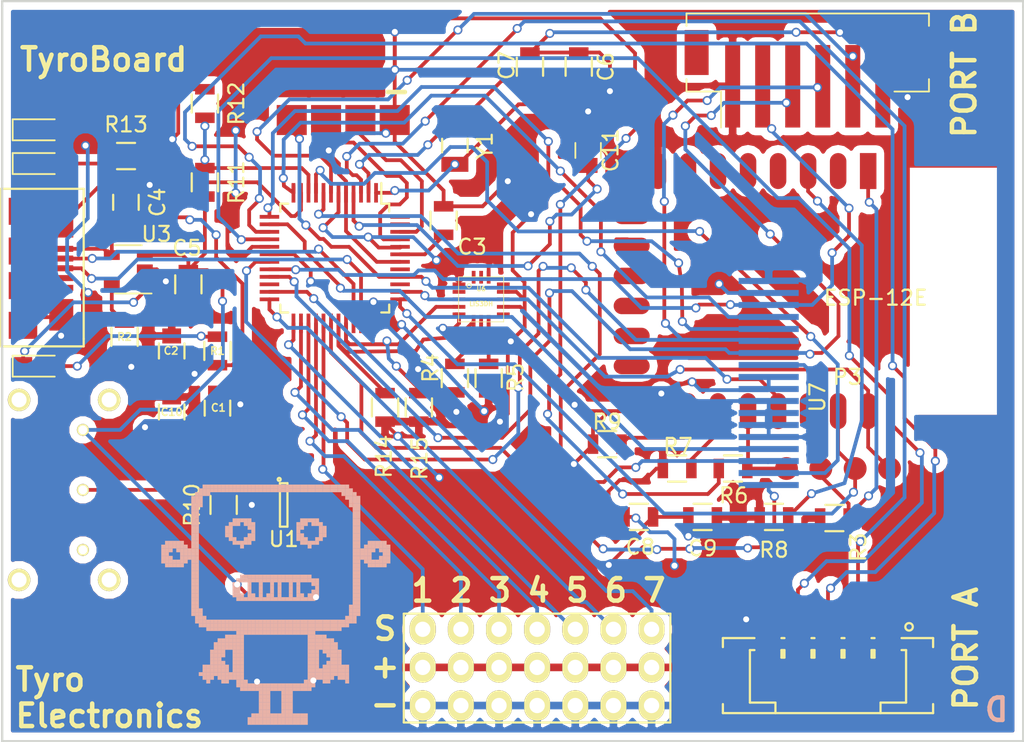
<source format=kicad_pcb>
(kicad_pcb (version 4) (host pcbnew 4.0.2-stable)
  (layers (0 F.Cu signal) (31 B.Cu signal) (34 B.Paste user) (35 F.Paste user) (36 B.SilkS user) (37 F.SilkS user) (38 B.Mask user) (39 F.Mask user) (44 Edge.Cuts user))
  (net 0 "")
  (net 1 GND)
  (net 2 +3V3)
  (net 3 "Net-(C3-Pad2)")
  (net 4 /VBUS)
  (net 5 /VBAT)
  (net 6 "Net-(C6-Pad2)")
  (net 7 "Net-(C7-Pad2)")
  (net 8 "Net-(D2-Pad1)")
  (net 9 "Net-(P1-Pad4)")
  (net 10 /D+)
  (net 11 /D-)
  (net 12 /SCL)
  (net 13 /SDA)
  (net 14 /MISO)
  (net 15 /MOSI)
  (net 16 /SCK)
  (net 17 /~RESET)
  (net 18 "Net-(P5-Pad2)")
  (net 19 "Net-(P5-Pad3)")
  (net 20 /TXD)
  (net 21 /RXD)
  (net 22 /ESP-~RESET)
  (net 23 /ESP-GPIO0)
  (net 24 "Net-(R2-Pad2)")
  (net 25 "Net-(R4-Pad2)")
  (net 26 "Net-(R5-Pad2)")
  (net 27 /GPIO2)
  (net 28 /CH_PD)
  (net 29 /GPIO15)
  (net 30 "Net-(U2-Pad22)")
  (net 31 /HEAD-SERVO)
  (net 32 /LL-SERVO)
  (net 33 /LF-SERVO)
  (net 34 /RL-SERVO)
  (net 35 /RF-SERVO)
  (net 36 /LA-SERVO)
  (net 37 /RA-SERVO)
  (net 38 "Net-(U2-Pad39)")
  (net 39 "Net-(U2-Pad41)")
  (net 40 "Net-(U2-Pad47)")
  (net 41 "Net-(U2-Pad48)")
  (net 42 "Net-(U5-Pad9)")
  (net 43 "Net-(U5-Pad10)")
  (net 44 "Net-(U5-Pad11)")
  (net 45 "Net-(U5-Pad12)")
  (net 46 "Net-(U5-Pad13)")
  (net 47 "Net-(U5-Pad14)")
  (net 48 "Net-(U5-Pad2)")
  (net 49 "Net-(U5-Pad4)")
  (net 50 "Net-(U5-Pad5)")
  (net 51 "Net-(U5-Pad6)")
  (net 52 "Net-(U5-Pad7)")
  (net 53 "Net-(U5-Pad20)")
  (net 54 "Net-(U6-Pad2)")
  (net 55 "Net-(U6-Pad3)")
  (net 56 "Net-(U6-Pad9)")
  (net 57 "Net-(U6-Pad11)")
  (net 58 "Net-(U6-Pad13)")
  (net 59 "Net-(U6-Pad15)")
  (net 60 "Net-(U6-Pad16)")
  (net 61 "Net-(U1-Pad4)")
  (net 62 "Net-(R10-Pad1)")
  (net 63 "Net-(D1-Pad1)")
  (net 64 "Net-(D2-Pad2)")
  (net 65 "Net-(D3-Pad2)")
  (net 66 /DAC)
  (net 67 /TX2)
  (net 68 /RX2)
  (net 69 /BAT_VCC)
  (net 70 "Net-(R13-Pad2)")
  (net 71 /YU)
  (net 72 /XR)
  (net 73 /DC)
  (net 74 /CS)
  (net 75 /XL)
  (net 76 /YD)
  (net 77 "Net-(C11-Pad2)")
  (net 78 "Net-(C1-Pad2)")
  (net 79 /A4)
  (module ESP8266:ESP-12E (layer F.Cu) (at 162.775 60.45 270)
    (fp_text reference U5 hide)
    (fp_text value ESP-12E (at 8.45 -0.5 360) (layer F.SilkS))
    (pad 9 smd oval (at 2.99 15.75) (size 2.4 1.1) (layers F.Cu F.Paste F.Mask) (net 42 "Net-(U5-Pad9)"))
    (pad 10 smd oval (at 4.99 15.75) (size 2.4 1.1) (layers F.Cu F.Paste F.Mask) (net 43 "Net-(U5-Pad10)"))
    (pad 11 smd oval (at 6.99 15.75) (size 2.4 1.1) (layers F.Cu F.Paste F.Mask) (net 44 "Net-(U5-Pad11)"))
    (pad 12 smd oval (at 8.99 15.75) (size 2.4 1.1) (layers F.Cu F.Paste F.Mask) (net 45 "Net-(U5-Pad12)"))
    (pad 13 smd oval (at 10.99 15.75) (size 2.4 1.1) (layers F.Cu F.Paste F.Mask) (net 46 "Net-(U5-Pad13)"))
    (pad 14 smd oval (at 12.99 15.75) (size 2.4 1.1) (layers F.Cu F.Paste F.Mask) (net 47 "Net-(U5-Pad14)"))
    (pad 1 smd rect (at 0 0 270) (size 2.4 1.1) (layers F.Cu F.Paste F.Mask) (net 22 /ESP-~RESET))
    (pad 2 smd oval (at 0 2 270) (size 2.4 1.1) (layers F.Cu F.Paste F.Mask) (net 48 "Net-(U5-Pad2)"))
    (pad 3 smd oval (at 0 4 270) (size 2.4 1.1) (layers F.Cu F.Paste F.Mask) (net 28 /CH_PD))
    (pad 4 smd oval (at 0 6 270) (size 2.4 1.1) (layers F.Cu F.Paste F.Mask) (net 49 "Net-(U5-Pad4)"))
    (pad 5 smd oval (at 0 8 270) (size 2.4 1.1) (layers F.Cu F.Paste F.Mask) (net 50 "Net-(U5-Pad5)"))
    (pad 6 smd oval (at 0 10 270) (size 2.4 1.1) (layers F.Cu F.Paste F.Mask) (net 51 "Net-(U5-Pad6)"))
    (pad 7 smd oval (at 0 12 270) (size 2.4 1.1) (layers F.Cu F.Paste F.Mask) (net 52 "Net-(U5-Pad7)"))
    (pad 8 smd oval (at 0 14 270) (size 2.4 1.1) (layers F.Cu F.Paste F.Mask) (net 2 +3V3))
    (pad 15 smd oval (at 16 14 270) (size 2.4 1.1) (layers F.Cu F.Paste F.Mask) (net 1 GND))
    (pad 16 smd oval (at 16 12 270) (size 2.4 1.1) (layers F.Cu F.Paste F.Mask) (net 29 /GPIO15))
    (pad 17 smd oval (at 16 10 270) (size 2.4 1.1) (layers F.Cu F.Paste F.Mask) (net 27 /GPIO2))
    (pad 18 smd oval (at 16 8 270) (size 2.4 1.1) (layers F.Cu F.Paste F.Mask) (net 23 /ESP-GPIO0))
    (pad 19 smd oval (at 16 6 270) (size 2.4 1.1) (layers F.Cu F.Paste F.Mask) (net 17 /~RESET))
    (pad 20 smd oval (at 16 4 270) (size 2.4 1.1) (layers F.Cu F.Paste F.Mask) (net 53 "Net-(U5-Pad20)"))
    (pad 21 smd oval (at 16 2 270) (size 2.4 1.1) (layers F.Cu F.Paste F.Mask) (net 21 /RXD))
    (pad 22 smd oval (at 16 0 270) (size 2.4 1.1) (layers F.Cu F.Paste F.Mask) (net 20 /TXD))
  )
  (module components:18p-ili9341 (layer B.Cu) (at 156.15 67.775 270)
    (fp_text reference U7 (at 7.75 -3.25 270) (layer F.SilkS))
    (fp_text value ili9341-18p hide)
    (pad 1 smd rect (at 0 0 270) (size 0.4 4) (layers B.Cu B.Paste B.Mask) (net 1 GND))
    (pad 2 smd rect (at 0.8 0 270) (size 0.4 4) (layers B.Cu B.Paste B.Mask) (net 2 +3V3))
    (pad 3 smd rect (at 1.6 0 270) (size 0.4 4) (layers B.Cu B.Paste B.Mask) (net 16 /SCK))
    (pad 4 smd rect (at 2.4 0 270) (size 0.4 4) (layers B.Cu B.Paste B.Mask) (net 73 /DC))
    (pad 5 smd rect (at 3.2 0 270) (size 0.4 4) (layers B.Cu B.Paste B.Mask) (net 74 /CS))
    (pad 6 smd rect (at 4 0 270) (size 0.4 4) (layers B.Cu B.Paste B.Mask) (net 15 /MOSI))
    (pad 7 smd rect (at 4.8 0 270) (size 0.4 4) (layers B.Cu B.Paste B.Mask) (net 14 /MISO))
    (pad 8 smd rect (at 5.6 0 270) (size 0.4 4) (layers B.Cu B.Paste B.Mask) (net 1 GND))
    (pad 9 smd rect (at 6.4 0 270) (size 0.4 4) (layers B.Cu B.Paste B.Mask) (net 2 +3V3))
    (pad 10 smd rect (at 7.2 0 270) (size 0.4 4) (layers B.Cu B.Paste B.Mask) (net 2 +3V3))
    (pad 11 smd rect (at 8 0 270) (size 0.4 4) (layers B.Cu B.Paste B.Mask) (net 1 GND))
    (pad 12 smd rect (at 8.8 0 270) (size 0.4 4) (layers B.Cu B.Paste B.Mask) (net 1 GND))
    (pad 13 smd rect (at 9.6 0 270) (size 0.4 4) (layers B.Cu B.Paste B.Mask) (net 1 GND))
    (pad 14 smd rect (at 10.4 0 270) (size 0.4 4) (layers B.Cu B.Paste B.Mask) (net 1 GND))
    (pad 15 smd rect (at 11.2 0 270) (size 0.4 4) (layers B.Cu B.Paste B.Mask) (net 75 /XL))
    (pad 16 smd rect (at 12 0 270) (size 0.4 4) (layers B.Cu B.Paste B.Mask) (net 71 /YU))
    (pad 17 smd rect (at 12.8 0 270) (size 0.4 4) (layers B.Cu B.Paste B.Mask) (net 72 /XR))
    (pad 18 smd rect (at 13.6 0 270) (size 0.4 4) (layers B.Cu B.Paste B.Mask) (net 76 /YD))
  )
  (module Resistors_SMD:R_0805 (layer F.Cu) (at 153.775 80.275)
    (fp_text reference R6 (at 0.05 1.8) (layer F.SilkS))
    (fp_text value 1K hide)
    (pad 1 smd rect (at -0.95 0) (size 0.7 1.3) (layers F.Cu F.Paste F.Mask) (net 63 "Net-(D1-Pad1)"))
    (pad 2 smd rect (at 0.95 0) (size 0.7 1.3) (layers F.Cu F.Paste F.Mask) (net 23 /ESP-GPIO0))
  )
  (module Housings_QFP:TQFP-48_7x7mm_Pitch0.5mm (layer F.Cu) (at 127.25 66.25 270)
    (fp_text reference U2 hide)
    (fp_text value SAMD20G18A-M hide)
    (pad 1 smd rect (at -4.35 -2.75 270) (size 1.3 0.25) (layers F.Cu F.Paste F.Mask) (net 6 "Net-(C6-Pad2)"))
    (pad 2 smd rect (at -4.35 -2.25 270) (size 1.3 0.25) (layers F.Cu F.Paste F.Mask) (net 7 "Net-(C7-Pad2)"))
    (pad 3 smd rect (at -4.35 -1.75 270) (size 1.3 0.25) (layers F.Cu F.Paste F.Mask) (net 66 /DAC))
    (pad 4 smd rect (at -4.35 -1.25 270) (size 1.3 0.25) (layers F.Cu F.Paste F.Mask) (net 77 "Net-(C11-Pad2)"))
    (pad 5 smd rect (at -4.35 -0.75 270) (size 1.3 0.25) (layers F.Cu F.Paste F.Mask) (net 1 GND))
    (pad 6 smd rect (at -4.35 -0.25 270) (size 1.3 0.25) (layers F.Cu F.Paste F.Mask) (net 2 +3V3))
    (pad 7 smd rect (at -4.35 0.25 270) (size 1.3 0.25) (layers F.Cu F.Paste F.Mask) (net 79 /A4))
    (pad 8 smd rect (at -4.35 0.75 270) (size 1.3 0.25) (layers F.Cu F.Paste F.Mask) (net 71 /YU))
    (pad 9 smd rect (at -4.35 1.25 270) (size 1.3 0.25) (layers F.Cu F.Paste F.Mask) (net 72 /XR))
    (pad 10 smd rect (at -4.35 1.75 270) (size 1.3 0.25) (layers F.Cu F.Paste F.Mask) (net 69 /BAT_VCC))
    (pad 11 smd rect (at -4.35 2.25 270) (size 1.3 0.25) (layers F.Cu F.Paste F.Mask) (net 70 "Net-(R13-Pad2)"))
    (pad 12 smd rect (at -4.35 2.75 270) (size 1.3 0.25) (layers F.Cu F.Paste F.Mask) (net 73 /DC))
    (pad 13 smd rect (at -2.75 4.35) (size 1.3 0.25) (layers F.Cu F.Paste F.Mask) (net 74 /CS))
    (pad 14 smd rect (at -2.25 4.35) (size 1.3 0.25) (layers F.Cu F.Paste F.Mask) (net 75 /XL))
    (pad 15 smd rect (at -1.75 4.35) (size 1.3 0.25) (layers F.Cu F.Paste F.Mask) (net 67 /TX2))
    (pad 16 smd rect (at -1.25 4.35) (size 1.3 0.25) (layers F.Cu F.Paste F.Mask) (net 68 /RX2))
    (pad 17 smd rect (at -0.75 4.35) (size 1.3 0.25) (layers F.Cu F.Paste F.Mask) (net 2 +3V3))
    (pad 18 smd rect (at -0.25 4.35) (size 1.3 0.25) (layers F.Cu F.Paste F.Mask) (net 1 GND))
    (pad 19 smd rect (at 0.25 4.35) (size 1.3 0.25) (layers F.Cu F.Paste F.Mask) (net 15 /MOSI))
    (pad 20 smd rect (at 0.75 4.35) (size 1.3 0.25) (layers F.Cu F.Paste F.Mask) (net 16 /SCK))
    (pad 21 smd rect (at 1.25 4.35) (size 1.3 0.25) (layers F.Cu F.Paste F.Mask) (net 14 /MISO))
    (pad 22 smd rect (at 1.75 4.35) (size 1.3 0.25) (layers F.Cu F.Paste F.Mask) (net 30 "Net-(U2-Pad22)"))
    (pad 23 smd rect (at 2.25 4.35) (size 1.3 0.25) (layers F.Cu F.Paste F.Mask) (net 31 /HEAD-SERVO))
    (pad 24 smd rect (at 2.75 4.35) (size 1.3 0.25) (layers F.Cu F.Paste F.Mask) (net 32 /LL-SERVO))
    (pad 25 smd rect (at 4.35 2.75 270) (size 1.3 0.25) (layers F.Cu F.Paste F.Mask) (net 33 /LF-SERVO))
    (pad 26 smd rect (at 4.35 2.25 270) (size 1.3 0.25) (layers F.Cu F.Paste F.Mask) (net 34 /RL-SERVO))
    (pad 27 smd rect (at 4.35 1.75 270) (size 1.3 0.25) (layers F.Cu F.Paste F.Mask) (net 35 /RF-SERVO))
    (pad 28 smd rect (at 4.35 1.25 270) (size 1.3 0.25) (layers F.Cu F.Paste F.Mask) (net 36 /LA-SERVO))
    (pad 29 smd rect (at 4.35 0.75 270) (size 1.3 0.25) (layers F.Cu F.Paste F.Mask) (net 37 /RA-SERVO))
    (pad 30 smd rect (at 4.35 0.25 270) (size 1.3 0.25) (layers F.Cu F.Paste F.Mask) (net 76 /YD))
    (pad 31 smd rect (at 4.35 -0.25 270) (size 1.3 0.25) (layers F.Cu F.Paste F.Mask) (net 13 /SDA))
    (pad 32 smd rect (at 4.35 -0.75 270) (size 1.3 0.25) (layers F.Cu F.Paste F.Mask) (net 12 /SCL))
    (pad 33 smd rect (at 4.35 -1.25 270) (size 1.3 0.25) (layers F.Cu F.Paste F.Mask) (net 11 /D-))
    (pad 34 smd rect (at 4.35 -1.75 270) (size 1.3 0.25) (layers F.Cu F.Paste F.Mask) (net 10 /D+))
    (pad 35 smd rect (at 4.35 -2.25 270) (size 1.3 0.25) (layers F.Cu F.Paste F.Mask) (net 1 GND))
    (pad 36 smd rect (at 4.35 -2.75 270) (size 1.3 0.25) (layers F.Cu F.Paste F.Mask) (net 2 +3V3))
    (pad 37 smd rect (at 2.75 -4.35) (size 1.3 0.25) (layers F.Cu F.Paste F.Mask) (net 21 /RXD))
    (pad 38 smd rect (at 2.25 -4.35) (size 1.3 0.25) (layers F.Cu F.Paste F.Mask) (net 20 /TXD))
    (pad 39 smd rect (at 1.75 -4.35) (size 1.3 0.25) (layers F.Cu F.Paste F.Mask) (net 38 "Net-(U2-Pad39)"))
    (pad 40 smd rect (at 1.25 -4.35) (size 1.3 0.25) (layers F.Cu F.Paste F.Mask) (net 17 /~RESET))
    (pad 41 smd rect (at 0.75 -4.35) (size 1.3 0.25) (layers F.Cu F.Paste F.Mask) (net 39 "Net-(U2-Pad41)"))
    (pad 42 smd rect (at 0.25 -4.35) (size 1.3 0.25) (layers F.Cu F.Paste F.Mask) (net 1 GND))
    (pad 43 smd rect (at -0.25 -4.35) (size 1.3 0.25) (layers F.Cu F.Paste F.Mask) (net 3 "Net-(C3-Pad2)"))
    (pad 44 smd rect (at -0.75 -4.35) (size 1.3 0.25) (layers F.Cu F.Paste F.Mask) (net 2 +3V3))
    (pad 45 smd rect (at -1.25 -4.35) (size 1.3 0.25) (layers F.Cu F.Paste F.Mask) (net 18 "Net-(P5-Pad2)"))
    (pad 46 smd rect (at -1.75 -4.35) (size 1.3 0.25) (layers F.Cu F.Paste F.Mask) (net 19 "Net-(P5-Pad3)"))
    (pad 47 smd rect (at -2.25 -4.35) (size 1.3 0.25) (layers F.Cu F.Paste F.Mask) (net 40 "Net-(U2-Pad47)"))
    (pad 48 smd rect (at -2.75 -4.35) (size 1.3 0.25) (layers F.Cu F.Paste F.Mask) (net 41 "Net-(U2-Pad48)"))
  )
  (module Resistors_SMD:R_0805 (layer F.Cu) (at 134.5 63.75 270)
    (fp_text reference C3 (at 1.75 -1.9 360) (layer F.SilkS))
    (fp_text value 1uF hide)
    (pad 1 smd rect (at -0.95 0 270) (size 0.7 1.3) (layers F.Cu F.Paste F.Mask) (net 1 GND))
    (pad 2 smd rect (at 0.95 0 270) (size 0.7 1.3) (layers F.Cu F.Paste F.Mask) (net 3 "Net-(C3-Pad2)"))
  )
  (module Resistors_SMD:R_0805 (layer F.Cu) (at 117.5 68 270)
    (fp_text reference C5 (at -2.418 0.094 360) (layer F.SilkS))
    (fp_text value 10uF hide)
    (pad 1 smd rect (at -0.95 0 270) (size 0.7 1.3) (layers F.Cu F.Paste F.Mask) (net 5 /VBAT))
    (pad 2 smd rect (at 0.95 0 270) (size 0.7 1.3) (layers F.Cu F.Paste F.Mask) (net 1 GND))
  )
  (module Resistors_SMD:R_0805 (layer F.Cu) (at 143.5 53.5 270)
    (fp_text reference C6 (at 0 -1.8 450) (layer F.SilkS))
    (fp_text value 22pF hide)
    (pad 1 smd rect (at -0.95 0 270) (size 0.7 1.3) (layers F.Cu F.Paste F.Mask) (net 1 GND))
    (pad 2 smd rect (at 0.95 0 270) (size 0.7 1.3) (layers F.Cu F.Paste F.Mask) (net 6 "Net-(C6-Pad2)"))
  )
  (module Resistors_SMD:R_0805 (layer F.Cu) (at 140.25 53.5 270)
    (fp_text reference C7 (at -0.1 1.55 450) (layer F.SilkS))
    (fp_text value 22pF hide)
    (pad 1 smd rect (at -0.95 0 270) (size 0.7 1.3) (layers F.Cu F.Paste F.Mask) (net 1 GND))
    (pad 2 smd rect (at 0.95 0 270) (size 0.7 1.3) (layers F.Cu F.Paste F.Mask) (net 7 "Net-(C7-Pad2)"))
  )
  (module Resistors_SMD:R_0805 (layer F.Cu) (at 147.5 83.5)
    (fp_text reference C8 (at 0.1 2) (layer F.SilkS))
    (fp_text value 10uF hide)
    (pad 1 smd rect (at -0.95 0) (size 0.7 1.3) (layers F.Cu F.Paste F.Mask) (net 2 +3V3))
    (pad 2 smd rect (at 0.95 0) (size 0.7 1.3) (layers F.Cu F.Paste F.Mask) (net 1 GND))
  )
  (module Resistors_SMD:R_0805 (layer F.Cu) (at 151.75 83.5 180)
    (fp_text reference C9 (at 0 -2.1 180) (layer F.SilkS))
    (fp_text value 0.1uF hide)
    (pad 1 smd rect (at -0.95 0 180) (size 0.7 1.3) (layers F.Cu F.Paste F.Mask) (net 2 +3V3))
    (pad 2 smd rect (at 0.95 0 180) (size 0.7 1.3) (layers F.Cu F.Paste F.Mask) (net 1 GND))
  )
  (module Resistors_SMD:R_0805 (layer F.Cu) (at 119.438 72.44 270)
    (fp_text reference R1 (at 0 0 360) (layer F.SilkS) (effects (font (size 0.5 0.5) (thickness 0.1))))
    (fp_text value 470 hide)
    (pad 1 smd rect (at -0.95 0 270) (size 0.7 1.3) (layers F.Cu F.Paste F.Mask) (net 64 "Net-(D2-Pad2)"))
    (pad 2 smd rect (at 0.95 0 270) (size 0.7 1.3) (layers F.Cu F.Paste F.Mask) (net 4 /VBUS))
  )
  (module Resistors_SMD:R_0805 (layer F.Cu) (at 113.25 71.5 90)
    (fp_text reference R2 (at 0 0 180) (layer F.SilkS) (effects (font (size 0.5 0.5) (thickness 0.1))))
    (fp_text value 2K hide)
    (pad 1 smd rect (at -0.95 0 90) (size 0.7 1.3) (layers F.Cu F.Paste F.Mask) (net 1 GND))
    (pad 2 smd rect (at 0.95 0 90) (size 0.7 1.3) (layers F.Cu F.Paste F.Mask) (net 24 "Net-(R2-Pad2)"))
  )
  (module Resistors_SMD:R_0805 (layer F.Cu) (at 160.525 83.575)
    (fp_text reference R3 (at 1.6 1.95 90) (layer F.SilkS))
    (fp_text value 10K hide)
    (pad 1 smd rect (at -0.95 0) (size 0.7 1.3) (layers F.Cu F.Paste F.Mask) (net 2 +3V3))
    (pad 2 smd rect (at 0.95 0) (size 0.7 1.3) (layers F.Cu F.Paste F.Mask) (net 22 /ESP-~RESET))
  )
  (module Resistors_SMD:R_0805 (layer F.Cu) (at 135.25 74.25 90)
    (fp_text reference R4 (at 0.675 -1.625 90) (layer F.SilkS))
    (fp_text value 10K hide)
    (pad 1 smd rect (at -0.95 0 90) (size 0.7 1.3) (layers F.Cu F.Paste F.Mask) (net 1 GND))
    (pad 2 smd rect (at 0.95 0 90) (size 0.7 1.3) (layers F.Cu F.Paste F.Mask) (net 25 "Net-(R4-Pad2)"))
  )
  (module Resistors_SMD:R_0805 (layer F.Cu) (at 137.5 74.25 90)
    (fp_text reference R5 (at 0.05 1.8 90) (layer F.SilkS))
    (fp_text value 10K hide)
    (pad 1 smd rect (at -0.95 0 90) (size 0.7 1.3) (layers F.Cu F.Paste F.Mask) (net 2 +3V3))
    (pad 2 smd rect (at 0.95 0 90) (size 0.7 1.3) (layers F.Cu F.Paste F.Mask) (net 26 "Net-(R5-Pad2)"))
  )
  (module Resistors_SMD:R_0805 (layer F.Cu) (at 150.05 80.275)
    (fp_text reference R7 (at 0.06 -1.494 180) (layer F.SilkS))
    (fp_text value 1K hide)
    (pad 1 smd rect (at -0.95 0) (size 0.7 1.3) (layers F.Cu F.Paste F.Mask) (net 2 +3V3))
    (pad 2 smd rect (at 0.95 0) (size 0.7 1.3) (layers F.Cu F.Paste F.Mask) (net 27 /GPIO2))
  )
  (module Resistors_SMD:R_0805 (layer F.Cu) (at 156.5 83.5)
    (fp_text reference R8 (at 0 2.2) (layer F.SilkS))
    (fp_text value 1K hide)
    (pad 1 smd rect (at -0.95 0) (size 0.7 1.3) (layers F.Cu F.Paste F.Mask) (net 2 +3V3))
    (pad 2 smd rect (at 0.95 0) (size 0.7 1.3) (layers F.Cu F.Paste F.Mask) (net 28 /CH_PD))
  )
  (module Resistors_SMD:R_0805 (layer F.Cu) (at 145.4 78.65)
    (fp_text reference R9 (at -0.008 -1.494 180) (layer F.SilkS))
    (fp_text value 1K hide)
    (pad 1 smd rect (at -0.95 0) (size 0.7 1.3) (layers F.Cu F.Paste F.Mask) (net 1 GND))
    (pad 2 smd rect (at 0.95 0) (size 0.7 1.3) (layers F.Cu F.Paste F.Mask) (net 29 /GPIO15))
  )
  (module components:LGA-16-3x3 (layer F.Cu) (at 137 69)
    (fp_text reference U6 (at 0 -0.70104) (layer F.SilkS) (effects (font (size 0.29972 0.29972) (thickness 0.06604))))
    (fp_text value LIS3DH (at 0 0.29972) (layer F.SilkS) (effects (font (size 0.29972 0.29972) (thickness 0.06604))))
    (pad 1 smd rect (at -1.475 -1) (size 0.85 0.25) (layers F.Cu F.Paste F.Mask) (net 2 +3V3))
    (pad 2 smd rect (at -1.475 -0.5) (size 0.85 0.25) (layers F.Cu F.Paste F.Mask) (net 54 "Net-(U6-Pad2)"))
    (pad 3 smd rect (at -1.475 0) (size 0.85 0.25) (layers F.Cu F.Paste F.Mask) (net 55 "Net-(U6-Pad3)"))
    (pad 4 smd rect (at -1.475 0.5) (size 0.85 0.25) (layers F.Cu F.Paste F.Mask) (net 12 /SCL))
    (pad 5 smd rect (at -1.475 1) (size 0.85 0.25) (layers F.Cu F.Paste F.Mask) (net 1 GND))
    (pad 6 smd rect (at -0.5 1.475) (size 0.25 0.85) (layers F.Cu F.Paste F.Mask) (net 13 /SDA))
    (pad 7 smd rect (at 0 1.475) (size 0.25 0.85) (layers F.Cu F.Paste F.Mask) (net 25 "Net-(R4-Pad2)"))
    (pad 8 smd rect (at 0.5 1.475) (size 0.25 0.85) (layers F.Cu F.Paste F.Mask) (net 26 "Net-(R5-Pad2)"))
    (pad 9 smd rect (at 1.475 1) (size 0.85 0.25) (layers F.Cu F.Paste F.Mask) (net 56 "Net-(U6-Pad9)"))
    (pad 10 smd rect (at 1.475 0.5) (size 0.85 0.25) (layers F.Cu F.Paste F.Mask) (net 1 GND))
    (pad 11 smd rect (at 1.475 0) (size 0.85 0.25) (layers F.Cu F.Paste F.Mask) (net 57 "Net-(U6-Pad11)"))
    (pad 12 smd rect (at 1.475 -0.5) (size 0.85 0.25) (layers F.Cu F.Paste F.Mask) (net 1 GND))
    (pad 13 smd rect (at 1.475 -1) (size 0.85 0.25) (layers F.Cu F.Paste F.Mask) (net 58 "Net-(U6-Pad13)"))
    (pad 14 smd rect (at 0.5 -1.475) (size 0.25 0.85) (layers F.Cu F.Paste F.Mask) (net 2 +3V3))
    (pad 15 smd rect (at 0 -1.475) (size 0.25 0.85) (layers F.Cu F.Paste F.Mask) (net 59 "Net-(U6-Pad15)"))
    (pad 16 smd rect (at -0.5 -1.475) (size 0.25 0.85) (layers F.Cu F.Paste F.Mask) (net 60 "Net-(U6-Pad16)"))
  )
  (module user:FC-135 (layer F.Cu) (at 135.25 58.75 90)
    (fp_text reference Y1 (at 0 2 90) (layer F.SilkS))
    (fp_text value 32.768 hide)
    (pad 1 smd rect (at -1.25 0 90) (size 1 1.8) (layers F.Cu F.Paste F.Mask) (net 6 "Net-(C6-Pad2)"))
    (pad 2 smd rect (at 1.25 0 90) (size 1 1.8) (layers F.Cu F.Paste F.Mask) (net 7 "Net-(C7-Pad2)"))
  )
  (module Capacitors_SMD:C_0805 (layer F.Cu) (at 116.39 76.504 90)
    (fp_text reference C10 (at 0 0 180) (layer F.SilkS) (effects (font (size 0.5 0.5) (thickness 0.1))))
    (fp_text value 1uF hide)
    (pad 1 smd rect (at -1 0 90) (size 1 1.25) (layers F.Cu F.Paste F.Mask) (net 1 GND))
    (pad 2 smd rect (at 1 0 90) (size 1 1.25) (layers F.Cu F.Paste F.Mask) (net 2 +3V3))
  )
  (module Resistors_SMD:R_0805 (layer F.Cu) (at 119.85 82.7 90)
    (fp_text reference R10 (at 0 -2.1 90) (layer F.SilkS))
    (fp_text value 100K hide)
    (pad 1 smd rect (at -0.95 0 90) (size 0.7 1.3) (layers F.Cu F.Paste F.Mask) (net 62 "Net-(R10-Pad1)"))
    (pad 2 smd rect (at 0.95 0 90) (size 0.7 1.3) (layers F.Cu F.Paste F.Mask) (net 78 "Net-(C1-Pad2)"))
  )
  (module TO_SOT_Packages_SMD:SOT-23-5 (layer F.Cu) (at 123.85 82.7)
    (fp_text reference U1 (at 0 2.286) (layer F.SilkS))
    (fp_text value AP2112K-3.3 hide)
    (pad 1 smd rect (at -1.1 -0.95) (size 1.06 0.65) (layers F.Cu F.Paste F.Mask) (net 78 "Net-(C1-Pad2)"))
    (pad 2 smd rect (at -1.1 0) (size 1.06 0.65) (layers F.Cu F.Paste F.Mask) (net 1 GND))
    (pad 3 smd rect (at -1.1 0.95) (size 1.06 0.65) (layers F.Cu F.Paste F.Mask) (net 62 "Net-(R10-Pad1)"))
    (pad 4 smd rect (at 1.1 0.95) (size 1.06 0.65) (layers F.Cu F.Paste F.Mask) (net 61 "Net-(U1-Pad4)"))
    (pad 5 smd rect (at 1.1 -0.95) (size 1.06 0.65) (layers F.Cu F.Paste F.Mask) (net 2 +3V3))
  )
  (module components:JST2 (layer F.Cu) (at 127.1 94.45 180)
    (fp_text reference P4 hide)
    (fp_text value BAT hide)
    (pad 2 smd rect (at 0 0 180) (size 1.5 3.4) (layers F.Cu F.Paste F.Mask) (net 1 GND))
    (pad 2 smd rect (at 2.35 5.55 180) (size 1 3.5) (layers F.Cu F.Paste F.Mask) (net 1 GND))
    (pad 1 smd rect (at 4.35 5.55 180) (size 1 3.5) (layers F.Cu F.Paste F.Mask) (net 5 /VBAT))
    (pad 2 smd rect (at 6.7 0 180) (size 1.5 3.4) (layers F.Cu F.Paste F.Mask) (net 1 GND))
  )
  (module Capacitors_SMD:C_0805 (layer F.Cu) (at 113.342 62.534 270)
    (fp_text reference C4 (at 0 -2.1 270) (layer F.SilkS))
    (fp_text value 10uF hide)
    (pad 1 smd rect (at -1 0 270) (size 1 1.25) (layers F.Cu F.Paste F.Mask) (net 1 GND))
    (pad 2 smd rect (at 1 0 270) (size 1 1.25) (layers F.Cu F.Paste F.Mask) (net 4 /VBUS))
  )
  (module components:micro-usb-fci (layer F.Cu) (at 107.5 66.344 90)
    (fp_text reference P1 hide)
    (fp_text value USB_OTG hide)
    (pad 6 smd rect (at -4.3875 -1.015 90) (size 1.8 1.9) (layers F.Cu F.Paste F.Mask) (net 1 GND))
    (pad 6 smd rect (at 3.2125 -1.015 90) (size 1.8 1.9) (layers F.Cu F.Paste F.Mask) (net 1 GND))
    (pad 6 smd rect (at -1.7375 -1.015 90) (size 1.8 1.9) (layers F.Cu F.Paste F.Mask) (net 1 GND))
    (pad 5 smd rect (at -1.8875 1.66 90) (size 0.4 1.35) (layers F.Cu F.Paste F.Mask) (net 1 GND))
    (pad 4 smd rect (at -1.2375 1.66 90) (size 0.4 1.35) (layers F.Cu F.Paste F.Mask) (net 9 "Net-(P1-Pad4)"))
    (pad 3 smd rect (at -0.5875 1.66 90) (size 0.4 1.35) (layers F.Cu F.Paste F.Mask) (net 10 /D+))
    (pad 2 smd rect (at 0.0625 1.66 90) (size 0.4 1.35) (layers F.Cu F.Paste F.Mask) (net 11 /D-))
    (pad 1 smd rect (at 0.7125 1.66 90) (size 0.4 1.35) (layers F.Cu F.Paste F.Mask) (net 4 /VBUS))
    (pad 6 smd rect (at 2.5125 1.535 90) (size 2.1 1.6) (layers F.Cu F.Paste F.Mask) (net 1 GND))
    (pad 6 smd rect (at -3.6875 1.535 90) (size 2.1 1.6) (layers F.Cu F.Paste F.Mask) (net 1 GND))
    (pad 6 smd rect (at 0.5625 -1.015 90) (size 1.8 1.9) (layers F.Cu F.Paste F.Mask) (net 1 GND))
  )
  (module Capacitors_SMD:C_0805 (layer F.Cu) (at 119.438 76.25 270)
    (fp_text reference C1 (at -0.025 -0.062 360) (layer F.SilkS) (effects (font (size 0.5 0.5) (thickness 0.1))))
    (fp_text value 10uF hide)
    (pad 1 smd rect (at -1 0 270) (size 1 1.25) (layers F.Cu F.Paste F.Mask) (net 1 GND))
    (pad 2 smd rect (at 1 0 270) (size 1 1.25) (layers F.Cu F.Paste F.Mask) (net 78 "Net-(C1-Pad2)"))
  )
  (module Capacitors_SMD:C_0805 (layer F.Cu) (at 116.39 72.44 90)
    (fp_text reference C2 (at 0.015 -0.04 180) (layer F.SilkS) (effects (font (size 0.5 0.5) (thickness 0.1))))
    (fp_text value 10uF hide)
    (pad 1 smd rect (at -1 0 90) (size 1 1.25) (layers F.Cu F.Paste F.Mask) (net 1 GND))
    (pad 2 smd rect (at 1 0 90) (size 1 1.25) (layers F.Cu F.Paste F.Mask) (net 2 +3V3))
  )
  (module LEDs:LED_0805 (layer F.Cu) (at 107.6 57.7)
    (fp_text reference D1 hide)
    (fp_text value LED hide)
    (pad 2 smd rect (at 1.1 0 180) (size 1.2 1.2) (layers F.Cu F.Paste F.Mask) (net 2 +3V3))
    (pad 1 smd rect (at -1.1 0 180) (size 1.2 1.2) (layers F.Cu F.Paste F.Mask) (net 63 "Net-(D1-Pad1)"))
  )
  (module LEDs:LED_0805 (layer F.Cu) (at 107.6 73.45)
    (fp_text reference D2 hide)
    (fp_text value Charge hide)
    (pad 2 smd rect (at 1.1 0 180) (size 1.2 1.2) (layers F.Cu F.Paste F.Mask) (net 64 "Net-(D2-Pad2)"))
    (pad 1 smd rect (at -1.1 0 180) (size 1.2 1.2) (layers F.Cu F.Paste F.Mask) (net 8 "Net-(D2-Pad1)"))
  )
  (module LEDs:LED_0805 (layer F.Cu) (at 107.6 59.95)
    (fp_text reference D3 hide)
    (fp_text value LED hide)
    (pad 2 smd rect (at 1.1 0 180) (size 1.2 1.2) (layers F.Cu F.Paste F.Mask) (net 65 "Net-(D3-Pad2)"))
    (pad 1 smd rect (at -1.1 0 180) (size 1.2 1.2) (layers F.Cu F.Paste F.Mask) (net 1 GND))
  )
  (module Connectors_JST:JST_PH_B5B-PH-SM4-TB_05x2.00mm_Straight (layer F.Cu) (at 160.1 92.95 180)
    (fp_text reference P2 hide)
    (fp_text value EXP hide)
    (pad 1 smd rect (at -4 1.125 180) (size 1 5.5) (layers F.Cu F.Paste F.Mask) (net 2 +3V3))
    (pad 2 smd rect (at -2 1.125 180) (size 1 5.5) (layers F.Cu F.Paste F.Mask) (net 66 /DAC))
    (pad 3 smd rect (at 0 1.125 180) (size 1 5.5) (layers F.Cu F.Paste F.Mask) (net 67 /TX2))
    (pad 4 smd rect (at 2 1.125 180) (size 1 5.5) (layers F.Cu F.Paste F.Mask) (net 68 /RX2))
    (pad 5 smd rect (at 4 1.125 180) (size 1 5.5) (layers F.Cu F.Paste F.Mask) (net 1 GND))
    (pad "" smd rect (at -6.4 -1.125 180) (size 1.6 3) (layers F.Cu F.Paste F.Mask))
    (pad "" smd rect (at 6.4 -1.125 180) (size 1.6 3) (layers F.Cu F.Paste F.Mask))
  )
  (module Resistors_SMD:R_0805 (layer F.Cu) (at 118.6 61.2 270)
    (fp_text reference R11 (at 0 -2.1 270) (layer F.SilkS))
    (fp_text value 10K hide)
    (pad 1 smd rect (at -0.95 0 270) (size 0.7 1.3) (layers F.Cu F.Paste F.Mask) (net 69 /BAT_VCC))
    (pad 2 smd rect (at 0.95 0 270) (size 0.7 1.3) (layers F.Cu F.Paste F.Mask) (net 5 /VBAT))
  )
  (module Resistors_SMD:R_0805 (layer F.Cu) (at 118.6 55.95 270)
    (fp_text reference R12 (at 0 -2.1 270) (layer F.SilkS))
    (fp_text value 10K hide)
    (pad 1 smd rect (at -0.95 0 270) (size 0.7 1.3) (layers F.Cu F.Paste F.Mask) (net 1 GND))
    (pad 2 smd rect (at 0.95 0 270) (size 0.7 1.3) (layers F.Cu F.Paste F.Mask) (net 69 /BAT_VCC))
  )
  (module Resistors_SMD:R_0805 (layer F.Cu) (at 113.35 59.45)
    (fp_text reference R13 (at 0 -2.1) (layer F.SilkS))
    (fp_text value 1K hide)
    (pad 1 smd rect (at -0.95 0) (size 0.7 1.3) (layers F.Cu F.Paste F.Mask) (net 65 "Net-(D3-Pad2)"))
    (pad 2 smd rect (at 0.95 0) (size 0.7 1.3) (layers F.Cu F.Paste F.Mask) (net 70 "Net-(R13-Pad2)"))
  )
  (module Resistors_SMD:R_0805 (layer F.Cu) (at 130.6 76.2 90)
    (fp_text reference R14 (at -3.275 -0.075 90) (layer F.SilkS))
    (fp_text value 10K hide)
    (pad 1 smd rect (at -0.95 0 90) (size 0.7 1.3) (layers F.Cu F.Paste F.Mask) (net 2 +3V3))
    (pad 2 smd rect (at 0.95 0 90) (size 0.7 1.3) (layers F.Cu F.Paste F.Mask) (net 13 /SDA))
  )
  (module Resistors_SMD:R_0805 (layer F.Cu) (at 132.85 76.2 90)
    (fp_text reference R15 (at -3.4 0.05 90) (layer F.SilkS))
    (fp_text value 10K hide)
    (pad 1 smd rect (at -0.95 0 90) (size 0.7 1.3) (layers F.Cu F.Paste F.Mask) (net 2 +3V3))
    (pad 2 smd rect (at 0.95 0 90) (size 0.7 1.3) (layers F.Cu F.Paste F.Mask) (net 12 /SCL))
  )
  (module TO_SOT_Packages_SMD:SOT-23-5 (layer F.Cu) (at 113.5 67 180)
    (fp_text reference U3 (at -1.875 2.35 180) (layer F.SilkS))
    (fp_text value MCP73831 hide)
    (pad 1 smd rect (at -1.1 -0.95 180) (size 1.06 0.65) (layers F.Cu F.Paste F.Mask) (net 8 "Net-(D2-Pad1)"))
    (pad 2 smd rect (at -1.1 0 180) (size 1.06 0.65) (layers F.Cu F.Paste F.Mask) (net 1 GND))
    (pad 3 smd rect (at -1.1 0.95 180) (size 1.06 0.65) (layers F.Cu F.Paste F.Mask) (net 5 /VBAT))
    (pad 4 smd rect (at 1.1 0.95 180) (size 1.06 0.65) (layers F.Cu F.Paste F.Mask) (net 4 /VBUS))
    (pad 5 smd rect (at 1.1 -0.95 180) (size 1.06 0.65) (layers F.Cu F.Paste F.Mask) (net 24 "Net-(R2-Pad2)"))
  )
  (module servo:servo7 (layer F.Cu) (at 148.35 88.45 90)
    (fp_text reference U4 hide)
    (fp_text value 7servo hide)
    (pad 1 thru_hole oval (at -7.62 -15.24 90) (size 2.032 1.7272) (drill 1.016) (layers *.Cu *.Mask F.SilkS) (net 1 GND))
    (pad 2 thru_hole oval (at -7.62 -12.7 90) (size 2.032 1.7272) (drill 1.016) (layers *.Cu *.Mask F.SilkS) (net 1 GND))
    (pad 3 thru_hole oval (at -7.62 -10.16 90) (size 2.032 1.7272) (drill 1.016) (layers *.Cu *.Mask F.SilkS) (net 1 GND))
    (pad 4 thru_hole oval (at -7.62 -7.62 90) (size 2.032 1.7272) (drill 1.016) (layers *.Cu *.Mask F.SilkS) (net 1 GND))
    (pad 5 thru_hole oval (at -7.62 -5.08 90) (size 2.032 1.7272) (drill 1.016) (layers *.Cu *.Mask F.SilkS) (net 1 GND))
    (pad 6 thru_hole oval (at -7.62 -2.54 90) (size 2.032 1.7272) (drill 1.016) (layers *.Cu *.Mask F.SilkS) (net 1 GND))
    (pad 7 thru_hole oval (at -7.62 0 90) (size 2.032 1.7272) (drill 1.016) (layers *.Cu *.Mask F.SilkS) (net 1 GND))
    (pad 8 thru_hole oval (at -5.08 0 90) (size 2.032 1.7272) (drill 1.016) (layers *.Cu *.Mask F.SilkS) (net 2 +3V3))
    (pad 9 thru_hole oval (at -5.08 -2.54 90) (size 2.032 1.7272) (drill 1.016) (layers *.Cu *.Mask F.SilkS) (net 2 +3V3))
    (pad 10 thru_hole oval (at -5.08 -5.08 90) (size 2.032 1.7272) (drill 1.016) (layers *.Cu *.Mask F.SilkS) (net 2 +3V3))
    (pad 11 thru_hole oval (at -5.08 -7.62 90) (size 2.032 1.7272) (drill 1.016) (layers *.Cu *.Mask F.SilkS) (net 2 +3V3))
    (pad 12 thru_hole oval (at -5.08 -10.16 90) (size 2.032 1.7272) (drill 1.016) (layers *.Cu *.Mask F.SilkS) (net 2 +3V3))
    (pad 13 thru_hole oval (at -5.08 -12.7 90) (size 2.032 1.7272) (drill 1.016) (layers *.Cu *.Mask F.SilkS) (net 2 +3V3))
    (pad 14 thru_hole oval (at -5.08 -15.24 90) (size 2.032 1.7272) (drill 1.016) (layers *.Cu *.Mask F.SilkS) (net 2 +3V3))
    (pad 15 thru_hole oval (at -2.54 -15.24 90) (size 2.032 1.7272) (drill 1.016) (layers *.Cu *.Mask F.SilkS) (net 37 /RA-SERVO))
    (pad 16 thru_hole oval (at -2.54 -12.7 90) (size 2.032 1.7272) (drill 1.016) (layers *.Cu *.Mask F.SilkS) (net 36 /LA-SERVO))
    (pad 17 thru_hole oval (at -2.54 -10.16 90) (size 2.032 1.7272) (drill 1.016) (layers *.Cu *.Mask F.SilkS) (net 35 /RF-SERVO))
    (pad 18 thru_hole oval (at -2.54 -7.62 90) (size 2.032 1.7272) (drill 1.016) (layers *.Cu *.Mask F.SilkS) (net 34 /RL-SERVO))
    (pad 19 thru_hole oval (at -2.54 -5.08 90) (size 2.032 1.7272) (drill 1.016) (layers *.Cu *.Mask F.SilkS) (net 33 /LF-SERVO))
    (pad 20 thru_hole oval (at -2.54 -2.54 90) (size 2.032 1.7272) (drill 1.016) (layers *.Cu *.Mask F.SilkS) (net 32 /LL-SERVO))
    (pad 21 thru_hole oval (at -2.54 0 90) (size 2.032 1.7272) (drill 1.016) (layers *.Cu *.Mask F.SilkS) (net 31 /HEAD-SERVO))
  )
  (module servo:progatsam (layer F.Cu) (at 126.925 57.05)
    (fp_text reference P5 hide)
    (fp_text value SAMD-PROG hide)
    (pad 1 smd rect (at -2.54 0) (size 2 2) (layers F.Cu F.Paste F.Mask) (net 17 /~RESET))
    (pad 2 smd rect (at -0.254 0) (size 2 2) (layers F.Cu F.Paste F.Mask) (net 18 "Net-(P5-Pad2)"))
    (pad 3 smd rect (at 2.032 0) (size 2 2) (layers F.Cu F.Paste F.Mask) (net 19 "Net-(P5-Pad3)"))
    (pad 4 smd rect (at 4.318 0) (size 2 2) (layers F.Cu F.Paste F.Mask) (net 1 GND))
  )
  (module user:espprog (layer F.Cu) (at 161.4 80.275 180)
    (fp_text reference P3 (at 0 6.096 180) (layer F.SilkS))
    (fp_text value espprog hide)
    (pad 1 smd circle (at -2.794 0 180) (size 1.524 1.524) (layers F.Cu F.Paste F.Mask) (net 20 /TXD))
    (pad 2 smd circle (at -0.508 0 180) (size 1.524 1.524) (layers F.Cu F.Paste F.Mask) (net 21 /RXD))
    (pad 3 smd circle (at 1.778 0 180) (size 1.524 1.524) (layers F.Cu F.Paste F.Mask) (net 22 /ESP-~RESET))
    (pad 4 smd circle (at 4.064 0 180) (size 1.524 1.524) (layers F.Cu F.Paste F.Mask) (net 23 /ESP-GPIO0))
  )
  (module Capacitors_SMD:C_0805 (layer F.Cu) (at 144.125 59.075 270)
    (fp_text reference C11 (at 0 -1.5 270) (layer F.SilkS))
    (fp_text value 1uF hide)
    (pad 1 smd rect (at -1 0 270) (size 1 1.25) (layers F.Cu F.Paste F.Mask) (net 1 GND))
    (pad 2 smd rect (at 1 0 270) (size 1 1.25) (layers F.Cu F.Paste F.Mask) (net 77 "Net-(C11-Pad2)"))
  )
  (module user:eg1224 (layer F.Cu) (at 106.225 75.7 270)
    (fp_text reference SW1 hide)
    (fp_text value SPST hide)
    (pad 4 thru_hole circle (at 0 0 270) (size 1.5 1.5) (drill 1) (layers *.Cu *.Mask F.SilkS))
    (pad 4 thru_hole circle (at 12 0 270) (size 1.5 1.5) (drill 1) (layers *.Cu *.Mask F.SilkS))
    (pad 4 thru_hole circle (at 12 -6 270) (size 1.5 1.5) (drill 1) (layers *.Cu *.Mask F.SilkS))
    (pad 4 thru_hole circle (at 0 -6 270) (size 1.5 1.5) (drill 1) (layers *.Cu *.Mask F.SilkS))
    (pad 3 thru_hole circle (at 10 -4.25 270) (size 0.8 0.8) (drill 0.6) (layers *.Cu *.Mask F.SilkS))
    (pad 2 thru_hole circle (at 6 -4.25 270) (size 0.8 0.8) (drill 0.6) (layers *.Cu *.Mask F.SilkS) (net 78 "Net-(C1-Pad2)"))
    (pad 1 thru_hole circle (at 2 -4.25 270) (size 0.8 0.8) (drill 0.6) (layers *.Cu *.Mask F.SilkS) (net 5 /VBAT))
  )
  (module Connectors_JST:JST_PH_B6B-PH-SM4-TB_06x2.00mm_Straight (layer F.Cu) (at 158.75 53.675)
    (fp_text reference P6 hide)
    (fp_text value SPI-EXPANSION hide)
    (pad 1 smd rect (at -5 1.125) (size 1 5.5) (layers F.Cu F.Paste F.Mask) (net 2 +3V3))
    (pad 2 smd rect (at -3 1.125) (size 1 5.5) (layers F.Cu F.Paste F.Mask) (net 16 /SCK))
    (pad 3 smd rect (at -1 1.125) (size 1 5.5) (layers F.Cu F.Paste F.Mask) (net 14 /MISO))
    (pad 4 smd rect (at 1 1.125) (size 1 5.5) (layers F.Cu F.Paste F.Mask) (net 15 /MOSI))
    (pad 5 smd rect (at 3 1.125) (size 1 5.5) (layers F.Cu F.Paste F.Mask) (net 79 /A4))
    (pad 6 smd rect (at 5 1.125) (size 1 5.5) (layers F.Cu F.Paste F.Mask) (net 1 GND))
    (pad "" smd rect (at -7.4 -1.125) (size 1.6 3) (layers F.Cu F.Paste F.Mask))
    (pad "" smd rect (at 7.4 -1.125) (size 1.6 3) (layers F.Cu F.Paste F.Mask))
  )
  (module components:tyrobot (layer B.Cu) (at 130.95 81.35 180)
    (fp_text reference TyroBot hide)
    (fp_text value "" (at 0 0 180) (layer B.SilkS) (effects (justify mirror)))
  )
  (gr_text - (at 131.35 55.075) (layer F.SilkS) (effects (font (size 1.5 1.5) (thickness 0.3))))
  (gr_text "1 2 3 4 5 6 7" (at 140.825 88.4) (layer F.SilkS) (effects (font (size 1.5 1.5) (thickness 0.3))))
  (gr_line (start 173.1 49.125) (end 173.1 49.55) (angle 90) (layer Edge.Cuts) (width 0.15))
  (gr_line (start 105.1 49.125) (end 105.1 49.45) (angle 90) (layer Edge.Cuts) (width 0.15))
  (gr_text "PORT B" (at 169.175 54.025 90) (layer F.SilkS) (effects (font (size 1.5 1.5) (thickness 0.3))))
  (gr_text "PORT A" (at 169.275 92.275 90) (layer F.SilkS) (effects (font (size 1.5 1.5) (thickness 0.3))))
  (gr_text D (at 171.325 96.35) (layer B.SilkS) (effects (font (size 1.5 1.5) (thickness 0.3)) (justify mirror)))
  (gr_text "Tyro\nElectronics" (at 105.825 95.55) (layer F.SilkS) (effects (font (size 1.5 1.5) (thickness 0.3)) (justify left)))
  (gr_line (start 173.1 49.125) (end 105.1 49.125) (angle 90) (layer Edge.Cuts) (width 0.15))
  (gr_line (start 173.1 98.45) (end 173.1 49.45) (angle 90) (layer Edge.Cuts) (width 0.15))
  (gr_line (start 105.1 98.45) (end 173.1 98.45) (angle 90) (layer Edge.Cuts) (width 0.15))
  (gr_line (start 105.1 49.45) (end 105.1 98.45) (angle 90) (layer Edge.Cuts) (width 0.15))
  (gr_text + (at 130.6 93.45) (layer F.SilkS) (effects (font (size 1.5 1.5) (thickness 0.3))))
  (gr_text S (at 130.6 90.95) (layer F.SilkS) (effects (font (size 1.5 1.5) (thickness 0.3))))
  (gr_text - (at 130.6 95.95) (layer F.SilkS) (effects (font (size 1.5 1.5) (thickness 0.3))))
  (gr_text "TyroBoard\n\n" (at 111.85 54.225) (layer F.SilkS) (effects (font (size 1.5 1.5) (thickness 0.3))))
  (segment (start 132.825 53.7) (end 131.25 53.7) (width 0.25) (layer B.Cu) (net 1))
  (segment (start 131.25 53.7) (end 131.25 51.175) (width 0.25) (layer F.Cu) (net 1))
  (via (at 131.25 53.7) (size 0.6) (drill 0.4) (layers F.Cu B.Cu) (net 1))
  (segment (start 134.5 62.8) (end 137.1 62.8) (width 0.25) (layer F.Cu) (net 1))
  (via (at 138.775 61.125) (size 0.6) (drill 0.4) (layers F.Cu B.Cu) (net 1))
  (segment (start 137.1 62.8) (end 138.775 61.125) (width 0.25) (layer F.Cu) (net 1))
  (segment (start 163.75 54.8) (end 164.675 54.8) (width 0.25) (layer F.Cu) (net 1))
  (segment (start 165.4 55.525) (end 165.375 55.525) (width 0.25) (layer B.Cu) (net 1))
  (via (at 165.4 55.525) (size 0.6) (drill 0.4) (layers F.Cu B.Cu) (net 1))
  (segment (start 164.675 54.8) (end 165.4 55.525) (width 0.25) (layer F.Cu) (net 1))
  (segment (start 156.1 91.825) (end 156.1 91.775) (width 0.25) (layer F.Cu) (net 1))
  (segment (start 156.1 91.775) (end 154.65 90.325) (width 0.25) (layer F.Cu) (net 1))
  (via (at 154.65 90.325) (size 0.6) (drill 0.4) (layers F.Cu B.Cu) (net 1))
  (segment (start 156.15 73.375) (end 158.5 73.375) (width 0.25) (layer B.Cu) (net 1))
  (segment (start 158.5 73.375) (end 159.075 73.95) (width 0.25) (layer B.Cu) (net 1))
  (segment (start 156.15 75.775) (end 150.85 75.775) (width 0.25) (layer B.Cu) (net 1))
  (segment (start 149 75.275) (end 148.775 75.5) (width 0.25) (layer F.Cu) (net 1))
  (via (at 149 75.275) (size 0.6) (drill 0.4) (layers F.Cu B.Cu) (net 1))
  (segment (start 150.35 75.275) (end 149 75.275) (width 0.25) (layer B.Cu) (net 1))
  (segment (start 150.85 75.775) (end 150.35 75.275) (width 0.25) (layer B.Cu) (net 1))
  (segment (start 148.775 75.5) (end 148.775 76.45) (width 0.25) (layer F.Cu) (net 1))
  (segment (start 156.15 77.375) (end 156.15 78.175) (width 0.25) (layer B.Cu) (net 1))
  (segment (start 156.15 75.775) (end 156.15 76.575) (width 0.25) (layer B.Cu) (net 1))
  (segment (start 128 61.9) (end 128 61.125) (width 0.25) (layer F.Cu) (net 1))
  (segment (start 130.65 57.925) (end 131.243 57.332) (width 0.25) (layer F.Cu) (net 1))
  (via (at 130.65 57.925) (size 0.6) (drill 0.4) (layers F.Cu B.Cu) (net 1))
  (segment (start 128 57.925) (end 130.65 57.925) (width 0.25) (layer B.Cu) (net 1))
  (segment (start 126.85 59.075) (end 128 57.925) (width 0.25) (layer B.Cu) (net 1))
  (via (at 126.85 59.075) (size 0.6) (drill 0.4) (layers F.Cu B.Cu) (net 1))
  (segment (start 126.85 59.275) (end 126.85 59.075) (width 0.25) (layer F.Cu) (net 1))
  (segment (start 127.525 59.95) (end 126.85 59.275) (width 0.25) (layer F.Cu) (net 1))
  (segment (start 127.525 60.65) (end 127.525 59.95) (width 0.25) (layer F.Cu) (net 1))
  (segment (start 128 61.125) (end 127.525 60.65) (width 0.25) (layer F.Cu) (net 1))
  (segment (start 131.243 57.332) (end 131.243 57.05) (width 0.25) (layer F.Cu) (net 1))
  (segment (start 143.5 52.55) (end 144.875 52.55) (width 0.25) (layer F.Cu) (net 1))
  (segment (start 144.875 52.55) (end 145.575 53.25) (width 0.25) (layer F.Cu) (net 1))
  (segment (start 145.575 53.25) (end 145.575 55.125) (width 0.25) (layer F.Cu) (net 1))
  (via (at 145.575 55.125) (size 0.6) (drill 0.4) (layers F.Cu B.Cu) (net 1))
  (segment (start 139.8875 69.0375) (end 139.8875 67.8625) (width 0.25) (layer F.Cu) (net 1))
  (segment (start 139.8875 67.8625) (end 139.1 67.075) (width 0.25) (layer F.Cu) (net 1))
  (segment (start 139.1 67.075) (end 139.1 64.55) (width 0.25) (layer F.Cu) (net 1))
  (segment (start 139.1 64.55) (end 140.325 63.325) (width 0.25) (layer F.Cu) (net 1))
  (via (at 140.325 63.325) (size 0.6) (drill 0.4) (layers F.Cu B.Cu) (net 1))
  (segment (start 144.125 58.075) (end 144.125 56.475) (width 0.25) (layer F.Cu) (net 1))
  (via (at 144.125 56.475) (size 0.6) (drill 0.4) (layers F.Cu B.Cu) (net 1))
  (segment (start 131.243 57.05) (end 131.243 51.182) (width 0.25) (layer F.Cu) (net 1))
  (segment (start 131.25 51.175) (end 131.225 51.175) (width 0.25) (layer B.Cu) (net 1))
  (via (at 131.25 51.175) (size 0.6) (drill 0.4) (layers F.Cu B.Cu) (net 1))
  (segment (start 131.243 51.182) (end 131.25 51.175) (width 0.25) (layer F.Cu) (net 1))
  (segment (start 156.15 78.175) (end 159.05 78.175) (width 0.25) (layer B.Cu) (net 1))
  (segment (start 156.15 67.775) (end 156.15 66.675) (width 0.25) (layer B.Cu) (net 1))
  (segment (start 154.9 67.85) (end 156.1 67.85) (width 0.25) (layer B.Cu) (net 1))
  (segment (start 148.775 76.45) (end 145.525 76.45) (width 0.25) (layer F.Cu) (net 1))
  (segment (start 144.45 77.525) (end 144.45 78.65) (width 0.25) (layer F.Cu) (net 1))
  (segment (start 145.525 76.45) (end 144.45 77.525) (width 0.25) (layer F.Cu) (net 1))
  (via (at 143.225 76.025) (size 0.6) (drill 0.4) (layers F.Cu B.Cu) (net 1))
  (segment (start 148.775 76.45) (end 143.65 76.45) (width 0.25) (layer F.Cu) (net 1))
  (segment (start 143.65 76.45) (end 143.225 76.025) (width 0.25) (layer F.Cu) (net 1))
  (via (at 138.25 77.15) (size 0.6) (drill 0.4) (layers F.Cu B.Cu) (net 1))
  (segment (start 138.975 71.8) (end 138.775 72) (width 0.25) (layer F.Cu) (net 1))
  (segment (start 138.775 76.625) (end 138.775 72) (width 0.25) (layer F.Cu) (net 1))
  (segment (start 138.775 76.625) (end 138.25 77.15) (width 0.25) (layer F.Cu) (net 1))
  (segment (start 135.25 75.2) (end 135.25 76.3) (width 0.25) (layer F.Cu) (net 1))
  (segment (start 135.25 76.3) (end 135.35 76.4) (width 0.25) (layer F.Cu) (net 1))
  (segment (start 135.35 76.4) (end 135.35 76.5) (width 0.25) (layer F.Cu) (net 1))
  (via (at 135.35 76.5) (size 0.6) (drill 0.4) (layers F.Cu B.Cu) (net 1))
  (segment (start 135.425 71.8) (end 138.975 71.8) (width 0.25) (layer B.Cu) (net 1))
  (segment (start 134.55 70.925) (end 135.425 71.8) (width 0.25) (layer B.Cu) (net 1))
  (segment (start 134.45 70.925) (end 134.55 70.925) (width 0.25) (layer B.Cu) (net 1))
  (segment (start 135.525 70) (end 135.525 70.6) (width 0.25) (layer F.Cu) (net 1))
  (via (at 134.45 70.925) (size 0.6) (drill 0.4) (layers F.Cu B.Cu) (net 1))
  (segment (start 135.2 70.925) (end 134.45 70.925) (width 0.25) (layer F.Cu) (net 1))
  (segment (start 135.525 70.6) (end 135.2 70.925) (width 0.25) (layer F.Cu) (net 1))
  (segment (start 139.9 70.875) (end 139.9 69.8) (width 0.25) (layer F.Cu) (net 1))
  (segment (start 139.9 70.875) (end 138.975 71.8) (width 0.25) (layer F.Cu) (net 1))
  (via (at 138.975 71.8) (size 0.6) (drill 0.4) (layers F.Cu B.Cu) (net 1))
  (segment (start 131.243 57.432) (end 131.243 57.05) (width 0.25) (layer F.Cu) (net 1))
  (segment (start 129.825 69.175) (end 130.025 69.175) (width 0.25) (layer B.Cu) (net 1))
  (segment (start 129.5 70.6) (end 129.5 69.5) (width 0.25) (layer F.Cu) (net 1))
  (segment (start 129.5 69.5) (end 129.825 69.175) (width 0.25) (layer F.Cu) (net 1))
  (via (at 129.825 69.175) (size 0.6) (drill 0.4) (layers F.Cu B.Cu) (net 1))
  (via (at 132.8 73.65) (size 0.6) (drill 0.4) (layers F.Cu B.Cu) (net 1))
  (segment (start 132.8 72.8) (end 132.8 73.65) (width 0.25) (layer B.Cu) (net 1))
  (segment (start 130.8 70.8) (end 132.8 72.8) (width 0.25) (layer B.Cu) (net 1))
  (segment (start 130.8 69.95) (end 130.8 70.8) (width 0.25) (layer B.Cu) (net 1))
  (segment (start 130.025 69.175) (end 130.8 69.95) (width 0.25) (layer B.Cu) (net 1))
  (segment (start 117.5 68.95) (end 117.15 68.95) (width 0.25) (layer F.Cu) (net 1))
  (segment (start 117.15 68.95) (end 116 67.8) (width 0.25) (layer F.Cu) (net 1))
  (segment (start 138.475 69.5) (end 139.6 69.5) (width 0.25) (layer F.Cu) (net 1))
  (segment (start 139.6 69.5) (end 139.9 69.8) (width 0.25) (layer F.Cu) (net 1))
  (segment (start 138.475 68.5) (end 139.35 68.5) (width 0.25) (layer F.Cu) (net 1))
  (segment (start 139.35 68.5) (end 139.8875 69.0375) (width 0.25) (layer F.Cu) (net 1))
  (segment (start 139.8875 69.0375) (end 139.9 69.05) (width 0.25) (layer F.Cu) (net 1))
  (segment (start 139.9 69.05) (end 139.9 69.8) (width 0.25) (layer F.Cu) (net 1))
  (segment (start 128 61.9) (end 128 64.45) (width 0.25) (layer F.Cu) (net 1))
  (segment (start 130.05 66.5) (end 131.6 66.5) (width 0.25) (layer F.Cu) (net 1))
  (segment (start 128 64.45) (end 130.05 66.5) (width 0.25) (layer F.Cu) (net 1))
  (segment (start 122.9 66) (end 124.55 66) (width 0.25) (layer F.Cu) (net 1))
  (via (at 125.65 67.8) (size 0.6) (drill 0.4) (layers F.Cu B.Cu) (net 1))
  (segment (start 125.65 67.1) (end 125.65 67.8) (width 0.25) (layer F.Cu) (net 1))
  (segment (start 124.55 66) (end 125.65 67.1) (width 0.25) (layer F.Cu) (net 1))
  (segment (start 144.45 78.65) (end 144.45 78.7) (width 0.25) (layer F.Cu) (net 1))
  (segment (start 144.45 78.7) (end 143.175 79.975) (width 0.25) (layer F.Cu) (net 1))
  (via (at 143.175 79.975) (size 0.6) (drill 0.4) (layers F.Cu B.Cu) (net 1))
  (segment (start 140.25 52.55) (end 140.3 52.55) (width 0.25) (layer F.Cu) (net 1))
  (segment (start 140.3 52.55) (end 141.575 51.275) (width 0.25) (layer F.Cu) (net 1))
  (via (at 160.9 51.2) (size 0.6) (drill 0.4) (layers F.Cu B.Cu) (net 1))
  (segment (start 157.975 51.2) (end 160.9 51.2) (width 0.25) (layer F.Cu) (net 1))
  (via (at 157.975 51.2) (size 0.6) (drill 0.4) (layers F.Cu B.Cu) (net 1))
  (segment (start 141.65 51.2) (end 157.975 51.2) (width 0.25) (layer B.Cu) (net 1))
  (segment (start 141.575 51.275) (end 141.65 51.2) (width 0.25) (layer B.Cu) (net 1))
  (via (at 141.575 51.275) (size 0.6) (drill 0.4) (layers F.Cu B.Cu) (net 1))
  (segment (start 131.243 58.493) (end 131.243 57.05) (width 0.25) (layer F.Cu) (net 1))
  (segment (start 134.5 61.75) (end 131.243 58.493) (width 0.25) (layer F.Cu) (net 1))
  (segment (start 134.5 62.8) (end 134.5 61.75) (width 0.25) (layer F.Cu) (net 1))
  (segment (start 135.525 70) (end 135.3 70) (width 0.25) (layer F.Cu) (net 1))
  (segment (start 150.8 83.5) (end 150.8 84.775) (width 0.25) (layer F.Cu) (net 1))
  (via (at 150.8 84.775) (size 0.6) (drill 0.4) (layers F.Cu B.Cu) (net 1))
  (segment (start 113.342 61.534) (end 114.766 61.534) (width 0.25) (layer F.Cu) (net 1))
  (segment (start 117.625 55) (end 118.6 55) (width 0.25) (layer F.Cu) (net 1))
  (segment (start 116.825 55.8) (end 117.625 55) (width 0.25) (layer F.Cu) (net 1))
  (segment (start 116.825 57.925) (end 116.825 55.8) (width 0.25) (layer F.Cu) (net 1))
  (segment (start 116.425 58.325) (end 116.825 57.925) (width 0.25) (layer F.Cu) (net 1))
  (via (at 116.425 58.325) (size 0.6) (drill 0.4) (layers F.Cu B.Cu) (net 1))
  (segment (start 116.425 59.875) (end 116.425 58.325) (width 0.25) (layer B.Cu) (net 1))
  (segment (start 114.925 61.375) (end 116.425 59.875) (width 0.25) (layer B.Cu) (net 1))
  (via (at 114.925 61.375) (size 0.6) (drill 0.4) (layers F.Cu B.Cu) (net 1))
  (segment (start 114.766 61.534) (end 114.925 61.375) (width 0.25) (layer F.Cu) (net 1))
  (segment (start 122.75 82.7) (end 121.725 82.7) (width 0.25) (layer F.Cu) (net 1))
  (via (at 121.725 82.7) (size 0.6) (drill 0.4) (layers F.Cu B.Cu) (net 1))
  (segment (start 124.75 88.9) (end 125.95 88.9) (width 0.25) (layer F.Cu) (net 1))
  (via (at 126 88.85) (size 0.6) (drill 0.4) (layers F.Cu B.Cu) (net 1))
  (segment (start 125.95 88.9) (end 126 88.85) (width 0.25) (layer F.Cu) (net 1))
  (segment (start 127.1 94.45) (end 125.875 94.45) (width 0.25) (layer F.Cu) (net 1))
  (via (at 125.825 94.4) (size 0.6) (drill 0.4) (layers F.Cu B.Cu) (net 1))
  (segment (start 125.875 94.45) (end 125.825 94.4) (width 0.25) (layer F.Cu) (net 1))
  (segment (start 120.4 94.45) (end 122.05 94.45) (width 0.25) (layer F.Cu) (net 1))
  (via (at 122.075 94.475) (size 0.6) (drill 0.4) (layers F.Cu B.Cu) (net 1))
  (segment (start 122.05 94.45) (end 122.075 94.475) (width 0.25) (layer F.Cu) (net 1))
  (segment (start 140.25 52.55) (end 143.5 52.55) (width 0.25) (layer F.Cu) (net 1))
  (segment (start 106.5 59.95) (end 106.5 63.1165) (width 0.25) (layer F.Cu) (net 1))
  (segment (start 106.5 63.1165) (end 106.485 63.1315) (width 0.25) (layer F.Cu) (net 1))
  (segment (start 109.16 68.2315) (end 106.635 68.2315) (width 0.25) (layer F.Cu) (net 1))
  (segment (start 106.635 68.2315) (end 106.485 68.0815) (width 0.25) (layer F.Cu) (net 1))
  (segment (start 106.485 65.7815) (end 106.485 68.0815) (width 0.25) (layer F.Cu) (net 1))
  (segment (start 106.485 63.1315) (end 106.485 65.7815) (width 0.25) (layer F.Cu) (net 1))
  (segment (start 109.035 70.0315) (end 109.035 71.413) (width 0.25) (layer F.Cu) (net 1))
  (via (at 109.024 71.424) (size 0.6) (drill 0.4) (layers F.Cu B.Cu) (net 1))
  (segment (start 109.035 71.413) (end 109.024 71.424) (width 0.25) (layer F.Cu) (net 1))
  (segment (start 106.485 70.7315) (end 106.485 68.0815) (width 0.25) (layer F.Cu) (net 1))
  (segment (start 116.39 77.504) (end 114.628 77.504) (width 0.25) (layer F.Cu) (net 1))
  (via (at 114.612 77.52) (size 0.6) (drill 0.4) (layers F.Cu B.Cu) (net 1))
  (segment (start 114.628 77.504) (end 114.612 77.52) (width 0.25) (layer F.Cu) (net 1))
  (segment (start 116.39 73.39) (end 117.34 73.39) (width 0.25) (layer F.Cu) (net 1))
  (via (at 117.914 73.964) (size 0.6) (drill 0.4) (layers F.Cu B.Cu) (net 1))
  (segment (start 117.34 73.39) (end 117.914 73.964) (width 0.25) (layer F.Cu) (net 1))
  (segment (start 119.438 75.3) (end 120.266 75.3) (width 0.25) (layer F.Cu) (net 1))
  (via (at 120.962 75.996) (size 0.6) (drill 0.4) (layers F.Cu B.Cu) (net 1))
  (segment (start 120.266 75.3) (end 120.962 75.996) (width 0.25) (layer F.Cu) (net 1))
  (segment (start 114.6 67) (end 115.4 67) (width 0.25) (layer F.Cu) (net 1))
  (via (at 116 67.8) (size 0.6) (drill 0.4) (layers F.Cu B.Cu) (net 1))
  (segment (start 116 67.6) (end 116 67.8) (width 0.25) (layer F.Cu) (net 1))
  (segment (start 115.4 67) (end 116 67.6) (width 0.25) (layer F.Cu) (net 1))
  (segment (start 109.16 70.0625) (end 109.035 70.1875) (width 0.25) (layer F.Cu) (net 1))
  (segment (start 109.035 70.1875) (end 107.185 70.1875) (width 0.25) (layer F.Cu) (net 1))
  (segment (start 107.185 70.1875) (end 106.485 70.8875) (width 0.25) (layer F.Cu) (net 1))
  (segment (start 106.635 68.3875) (end 106.485 68.2375) (width 0.25) (layer F.Cu) (net 1))
  (segment (start 109.035 63.9875) (end 107.185 63.9875) (width 0.25) (layer F.Cu) (net 1))
  (segment (start 107.185 63.9875) (end 106.485 63.2875) (width 0.25) (layer F.Cu) (net 1))
  (segment (start 111.4725 61.55) (end 109.035 63.9875) (width 0.25) (layer F.Cu) (net 1))
  (segment (start 113.25 72.45) (end 113.25 73.05) (width 0.25) (layer F.Cu) (net 1))
  (via (at 113.7 73.5) (size 0.6) (drill 0.4) (layers F.Cu B.Cu) (net 1))
  (segment (start 113.25 73.05) (end 113.7 73.5) (width 0.25) (layer F.Cu) (net 1))
  (segment (start 150.8 83.5) (end 148.45 83.5) (width 0.25) (layer F.Cu) (net 1))
  (segment (start 148.45 83.5) (end 147.9 84.05) (width 0.25) (layer F.Cu) (net 1))
  (segment (start 147.9 84.05) (end 147.9 84.3) (width 0.25) (layer F.Cu) (net 1))
  (segment (start 147.9 84.3) (end 145.5 86.7) (width 0.25) (layer F.Cu) (net 1))
  (via (at 145.5 86.7) (size 0.6) (drill 0.4) (layers F.Cu B.Cu) (net 1))
  (segment (start 113.25 61.55) (end 111.4725 61.55) (width 0.25) (layer F.Cu) (net 1))
  (segment (start 137.5 67.525) (end 137.5 66.35) (width 0.25) (layer F.Cu) (net 2))
  (segment (start 129.475 64.85) (end 132.475 64.85) (width 0.25) (layer B.Cu) (net 2))
  (segment (start 132.475 64.85) (end 134.025 66.4) (width 0.25) (layer B.Cu) (net 2))
  (via (at 134.025 66.4) (size 0.6) (drill 0.4) (layers F.Cu B.Cu) (net 2))
  (segment (start 156.15 74.175) (end 156.15 74.975) (width 0.25) (layer B.Cu) (net 2))
  (segment (start 156.15 74.975) (end 156.075 75.05) (width 0.25) (layer B.Cu) (net 2))
  (segment (start 156.075 75.05) (end 151.6 75.05) (width 0.25) (layer B.Cu) (net 2))
  (segment (start 151.6 75.05) (end 151.05 74.5) (width 0.25) (layer B.Cu) (net 2))
  (via (at 151.05 74.5) (size 0.6) (drill 0.4) (layers F.Cu B.Cu) (net 2))
  (segment (start 156.15 68.575) (end 153.45 68.575) (width 0.25) (layer B.Cu) (net 2))
  (via (at 152.85 67.975) (size 0.6) (drill 0.4) (layers F.Cu B.Cu) (net 2))
  (segment (start 153.45 68.575) (end 152.85 67.975) (width 0.25) (layer B.Cu) (net 2))
  (segment (start 108.7 57.7) (end 109.6 57.7) (width 0.25) (layer F.Cu) (net 2))
  (segment (start 109.6 57.7) (end 110.65 58.75) (width 0.25) (layer F.Cu) (net 2))
  (via (at 110.65 58.75) (size 0.6) (drill 0.4) (layers F.Cu B.Cu) (net 2))
  (segment (start 110.65 58.75) (end 110.8 58.9) (width 0.25) (layer B.Cu) (net 2))
  (segment (start 110.8 58.9) (end 110.8 63.6) (width 0.25) (layer B.Cu) (net 2))
  (segment (start 110.8 63.6) (end 109.425 64.975) (width 0.25) (layer B.Cu) (net 2))
  (segment (start 109.425 64.975) (end 109.425 67.15) (width 0.25) (layer B.Cu) (net 2))
  (segment (start 109.425 67.15) (end 110.825 68.55) (width 0.25) (layer B.Cu) (net 2))
  (via (at 110.825 68.55) (size 0.6) (drill 0.4) (layers F.Cu B.Cu) (net 2))
  (segment (start 149.1 80.275) (end 148.675 80.275) (width 0.25) (layer F.Cu) (net 2))
  (segment (start 145.425 82.375) (end 146.55 83.5) (width 0.25) (layer F.Cu) (net 2))
  (segment (start 145.425 81.85) (end 145.425 82.375) (width 0.25) (layer F.Cu) (net 2))
  (segment (start 146.225 81.05) (end 145.425 81.85) (width 0.25) (layer F.Cu) (net 2))
  (segment (start 147.9 81.05) (end 146.225 81.05) (width 0.25) (layer F.Cu) (net 2))
  (segment (start 148.675 80.275) (end 147.9 81.05) (width 0.25) (layer F.Cu) (net 2))
  (segment (start 146.55 83.5) (end 147.225 83.5) (width 0.25) (layer F.Cu) (net 2))
  (segment (start 147.225 83.5) (end 147.3 83.575) (width 0.25) (layer F.Cu) (net 2))
  (via (at 147.3 83.575) (size 0.6) (drill 0.4) (layers F.Cu B.Cu) (net 2))
  (segment (start 147.3 83.575) (end 148.25 84.525) (width 0.25) (layer B.Cu) (net 2))
  (segment (start 148.25 84.525) (end 149.425 84.525) (width 0.25) (layer B.Cu) (net 2))
  (segment (start 149.425 84.525) (end 149.875 84.975) (width 0.25) (layer B.Cu) (net 2))
  (segment (start 149.875 84.975) (end 149.875 86.75) (width 0.25) (layer B.Cu) (net 2))
  (via (at 149.875 86.75) (size 0.6) (drill 0.4) (layers F.Cu B.Cu) (net 2))
  (segment (start 122.9 65.5) (end 121.75 65.5) (width 0.25) (layer F.Cu) (net 2))
  (via (at 120.65 57.75) (size 0.6) (drill 0.4) (layers F.Cu B.Cu) (net 2))
  (segment (start 120.65 61.9) (end 120.65 57.75) (width 0.25) (layer B.Cu) (net 2))
  (via (at 120.65 61.9) (size 0.6) (drill 0.4) (layers F.Cu B.Cu) (net 2))
  (segment (start 120.1 62.45) (end 120.65 61.9) (width 0.25) (layer F.Cu) (net 2))
  (segment (start 120.1 65.425) (end 120.1 62.45) (width 0.25) (layer F.Cu) (net 2))
  (segment (start 120.675 66) (end 120.1 65.425) (width 0.25) (layer F.Cu) (net 2))
  (segment (start 121.25 66) (end 120.675 66) (width 0.25) (layer F.Cu) (net 2))
  (segment (start 121.75 65.5) (end 121.25 66) (width 0.25) (layer F.Cu) (net 2))
  (segment (start 130.6 77.15) (end 130.6 77.275) (width 0.25) (layer F.Cu) (net 2))
  (segment (start 130.6 77.275) (end 131.45 78.125) (width 0.25) (layer F.Cu) (net 2))
  (via (at 131.45 78.125) (size 0.6) (drill 0.4) (layers F.Cu B.Cu) (net 2))
  (segment (start 131.45 78.125) (end 134.2 80.875) (width 0.25) (layer B.Cu) (net 2))
  (via (at 134.2 80.875) (size 0.6) (drill 0.4) (layers F.Cu B.Cu) (net 2))
  (segment (start 130 70.6) (end 131.325 70.6) (width 0.25) (layer F.Cu) (net 2))
  (via (at 137.2 76.45) (size 0.6) (drill 0.4) (layers F.Cu B.Cu) (net 2))
  (segment (start 136.325 75.575) (end 137.2 76.45) (width 0.25) (layer B.Cu) (net 2))
  (segment (start 136.3 75.575) (end 136.325 75.575) (width 0.25) (layer B.Cu) (net 2))
  (segment (start 131.7 70.675) (end 136.3 75.575) (width 0.25) (layer B.Cu) (net 2))
  (via (at 131.7 70.675) (size 0.6) (drill 0.4) (layers F.Cu B.Cu) (net 2))
  (segment (start 131.325 70.6) (end 131.7 70.675) (width 0.25) (layer F.Cu) (net 2))
  (segment (start 149.1 80.275) (end 149.1 80.325) (width 0.25) (layer F.Cu) (net 2))
  (segment (start 127.5 61.9) (end 127.5 63.2) (width 0.25) (layer F.Cu) (net 2))
  (segment (start 130.174998 65.549998) (end 131.6 65.549998) (width 0.25) (layer F.Cu) (net 2))
  (segment (start 129.475 64.85) (end 130.174998 65.549998) (width 0.25) (layer F.Cu) (net 2))
  (via (at 129.475 64.85) (size 0.6) (drill 0.4) (layers F.Cu B.Cu) (net 2))
  (segment (start 127.1 64.85) (end 129.475 64.85) (width 0.25) (layer B.Cu) (net 2))
  (segment (start 126.475 64.225) (end 127.1 64.85) (width 0.25) (layer B.Cu) (net 2))
  (via (at 126.475 64.225) (size 0.6) (drill 0.4) (layers F.Cu B.Cu) (net 2))
  (segment (start 127.5 63.2) (end 126.475 64.225) (width 0.25) (layer F.Cu) (net 2))
  (segment (start 131.6 65.549998) (end 131.6 65.5) (width 0.25) (layer F.Cu) (net 2))
  (segment (start 135.5 67.975) (end 135.525 68) (width 0.25) (layer F.Cu) (net 2))
  (segment (start 116.39 75.504) (end 115.39 75.504) (width 0.25) (layer F.Cu) (net 2))
  (segment (start 115.39 75.504) (end 114.866 74.98) (width 0.25) (layer F.Cu) (net 2))
  (segment (start 135.525 68) (end 135.525 67.425) (width 0.25) (layer F.Cu) (net 2))
  (segment (start 135.525 67.425) (end 135.5 67.4) (width 0.25) (layer F.Cu) (net 2))
  (segment (start 152.7 83.5) (end 155.55 83.5) (width 0.25) (layer F.Cu) (net 2))
  (segment (start 155.55 83.5) (end 155.55 83.85) (width 0.25) (layer F.Cu) (net 2))
  (segment (start 134.5 64.7) (end 134.5 64.75) (width 0.25) (layer F.Cu) (net 3))
  (segment (start 134.5 64.75) (end 133.25 66) (width 0.25) (layer F.Cu) (net 3))
  (segment (start 133.25 66) (end 131.6 66) (width 0.25) (layer F.Cu) (net 3))
  (segment (start 119.438 73.39) (end 120.41 73.39) (width 0.25) (layer F.Cu) (net 4))
  (segment (start 117.434 63.534) (end 113.342 63.534) (width 0.25) (layer F.Cu) (net 4))
  (segment (start 117.6 63.7) (end 117.434 63.534) (width 0.25) (layer F.Cu) (net 4))
  (via (at 117.6 63.7) (size 0.6) (drill 0.4) (layers F.Cu B.Cu) (net 4))
  (segment (start 118.35 63.7) (end 117.6 63.7) (width 0.25) (layer B.Cu) (net 4))
  (segment (start 119.35 64.7) (end 118.35 63.7) (width 0.25) (layer B.Cu) (net 4))
  (via (at 119.35 64.7) (size 0.6) (drill 0.4) (layers F.Cu B.Cu) (net 4))
  (segment (start 119.35 66.2) (end 119.35 64.7) (width 0.25) (layer F.Cu) (net 4))
  (segment (start 121.1 67.95) (end 119.35 66.2) (width 0.25) (layer F.Cu) (net 4))
  (segment (start 121.1 72.7) (end 121.1 67.95) (width 0.25) (layer F.Cu) (net 4))
  (segment (start 120.41 73.39) (end 121.1 72.7) (width 0.25) (layer F.Cu) (net 4))
  (segment (start 112.4 66.05) (end 112.286 66.05) (width 0.25) (layer F.Cu) (net 4))
  (segment (start 112.286 66.05) (end 111.8675 65.6315) (width 0.25) (layer F.Cu) (net 4))
  (segment (start 111.8675 65.6315) (end 109.16 65.6315) (width 0.25) (layer F.Cu) (net 4))
  (segment (start 112.4 64.3) (end 113.25 63.45) (width 0.25) (layer F.Cu) (net 4))
  (segment (start 112.4 66.05) (end 112.4 64.3) (width 0.25) (layer F.Cu) (net 4))
  (segment (start 112.1375 65.7875) (end 112.4 66.05) (width 0.25) (layer F.Cu) (net 4))
  (segment (start 110.475 77.7) (end 110.475 77.725) (width 0.25) (layer B.Cu) (net 5))
  (segment (start 110.475 77.725) (end 120.75 88) (width 0.25) (layer B.Cu) (net 5))
  (segment (start 121.65 88.9) (end 122.75 88.9) (width 0.25) (layer F.Cu) (net 5))
  (segment (start 120.75 88) (end 121.65 88.9) (width 0.25) (layer F.Cu) (net 5))
  (via (at 120.75 88) (size 0.6) (drill 0.4) (layers F.Cu B.Cu) (net 5))
  (segment (start 117.5 67.05) (end 118.75 67.05) (width 0.25) (layer F.Cu) (net 5))
  (segment (start 112.95 77.7) (end 110.475 77.7) (width 0.25) (layer B.Cu) (net 5))
  (segment (start 114.3 76.35) (end 112.95 77.7) (width 0.25) (layer B.Cu) (net 5))
  (segment (start 116.95 76.35) (end 114.3 76.35) (width 0.25) (layer B.Cu) (net 5))
  (segment (start 119.8 73.5) (end 116.95 76.35) (width 0.25) (layer B.Cu) (net 5))
  (segment (start 119.8 69.15) (end 119.8 73.5) (width 0.25) (layer B.Cu) (net 5))
  (segment (start 119.775 69.125) (end 119.8 69.15) (width 0.25) (layer B.Cu) (net 5))
  (via (at 119.775 69.125) (size 0.6) (drill 0.4) (layers F.Cu B.Cu) (net 5))
  (segment (start 119.775 68.075) (end 119.775 69.125) (width 0.25) (layer F.Cu) (net 5))
  (segment (start 118.75 67.05) (end 119.775 68.075) (width 0.25) (layer F.Cu) (net 5))
  (segment (start 118.6 62.15) (end 118.6 65.95) (width 0.25) (layer F.Cu) (net 5))
  (segment (start 118.6 65.95) (end 117.5 67.05) (width 0.25) (layer F.Cu) (net 5))
  (segment (start 117.5 67.05) (end 117.5 66.438) (width 0.25) (layer F.Cu) (net 5))
  (segment (start 117.5 66.438) (end 117.112 66.05) (width 0.25) (layer F.Cu) (net 5))
  (segment (start 117.112 66.05) (end 114.6 66.05) (width 0.25) (layer F.Cu) (net 5))
  (segment (start 135.25 60) (end 135.5 60) (width 0.25) (layer F.Cu) (net 6))
  (segment (start 135.5 60) (end 139.5 56) (width 0.25) (layer F.Cu) (net 6))
  (segment (start 141.95 56) (end 143.5 54.45) (width 0.25) (layer F.Cu) (net 6))
  (segment (start 139.5 56) (end 141.95 56) (width 0.25) (layer F.Cu) (net 6))
  (via (at 135.25 60) (size 0.6) (drill 0.4) (layers F.Cu B.Cu) (net 6))
  (segment (start 130 61.9) (end 131.1 61.9) (width 0.25) (layer F.Cu) (net 6))
  (segment (start 131.25 61.75) (end 131.1 61.9) (width 0.25) (layer F.Cu) (net 6))
  (via (at 131.25 61.75) (size 0.6) (drill 0.4) (layers F.Cu B.Cu) (net 6))
  (segment (start 133.5 61.75) (end 131.25 61.75) (width 0.25) (layer B.Cu) (net 6))
  (segment (start 133.5 61.75) (end 135.25 60) (width 0.25) (layer B.Cu) (net 6))
  (segment (start 135.25 57.5) (end 135.3 57.5) (width 0.25) (layer F.Cu) (net 7))
  (segment (start 135.3 57.5) (end 138.35 54.45) (width 0.25) (layer F.Cu) (net 7))
  (segment (start 138.35 54.45) (end 140.25 54.45) (width 0.25) (layer F.Cu) (net 7))
  (segment (start 129.5 61.9) (end 129.5 60.6) (width 0.25) (layer F.Cu) (net 7))
  (segment (start 133.45 58.7) (end 134.65 57.5) (width 0.25) (layer F.Cu) (net 7))
  (via (at 133.45 58.7) (size 0.6) (drill 0.4) (layers F.Cu B.Cu) (net 7))
  (segment (start 132.775 59.375) (end 133.45 58.7) (width 0.25) (layer B.Cu) (net 7))
  (segment (start 129.525 59.375) (end 132.775 59.375) (width 0.25) (layer B.Cu) (net 7))
  (segment (start 128.9 60) (end 129.525 59.375) (width 0.25) (layer B.Cu) (net 7))
  (via (at 128.9 60) (size 0.6) (drill 0.4) (layers F.Cu B.Cu) (net 7))
  (segment (start 129.5 60.6) (end 128.9 60) (width 0.25) (layer F.Cu) (net 7))
  (segment (start 134.65 57.5) (end 135.25 57.5) (width 0.25) (layer F.Cu) (net 7))
  (segment (start 106.5 73.45) (end 106.5 72.55) (width 0.25) (layer F.Cu) (net 8))
  (segment (start 114.6 68.45) (end 114.6 67.95) (width 0.25) (layer F.Cu) (net 8))
  (segment (start 113.85 69.2) (end 114.6 68.45) (width 0.25) (layer F.Cu) (net 8))
  (via (at 113.85 69.2) (size 0.6) (drill 0.4) (layers F.Cu B.Cu) (net 8))
  (segment (start 109.85 69.2) (end 113.85 69.2) (width 0.25) (layer B.Cu) (net 8))
  (segment (start 106.6 72.45) (end 109.85 69.2) (width 0.25) (layer B.Cu) (net 8))
  (via (at 106.6 72.45) (size 0.6) (drill 0.4) (layers F.Cu B.Cu) (net 8))
  (segment (start 106.5 72.55) (end 106.6 72.45) (width 0.25) (layer F.Cu) (net 8))
  (segment (start 129 70.6) (end 129 67.27) (width 0.25) (layer F.Cu) (net 10))
  (segment (start 110.3735 66.9315) (end 109.16 66.9315) (width 0.25) (layer F.Cu) (net 10))
  (segment (start 111.056 67.614) (end 110.3735 66.9315) (width 0.25) (layer F.Cu) (net 10))
  (via (at 111.056 67.614) (size 0.6) (drill 0.4) (layers F.Cu B.Cu) (net 10))
  (segment (start 112.834 67.614) (end 111.056 67.614) (width 0.25) (layer B.Cu) (net 10))
  (segment (start 114.104 66.344) (end 112.834 67.614) (width 0.25) (layer B.Cu) (net 10))
  (segment (start 128.074 66.344) (end 114.104 66.344) (width 0.25) (layer B.Cu) (net 10))
  (via (at 128.074 66.344) (size 0.6) (drill 0.4) (layers F.Cu B.Cu) (net 10))
  (segment (start 129 67.27) (end 128.074 66.344) (width 0.25) (layer F.Cu) (net 10))
  (segment (start 128.5 70.6) (end 128.5 67.975) (width 0.25) (layer F.Cu) (net 11))
  (segment (start 111.0935 66.2815) (end 109.16 66.2815) (width 0.25) (layer F.Cu) (net 11))
  (segment (start 111.1 66.275) (end 111.0935 66.2815) (width 0.25) (layer F.Cu) (net 11))
  (via (at 111.1 66.275) (size 0.6) (drill 0.4) (layers F.Cu B.Cu) (net 11))
  (segment (start 112.3 66.275) (end 111.1 66.275) (width 0.25) (layer B.Cu) (net 11))
  (segment (start 112.75 65.825) (end 112.3 66.275) (width 0.25) (layer B.Cu) (net 11))
  (segment (start 126 65.825) (end 112.75 65.825) (width 0.25) (layer B.Cu) (net 11))
  (segment (start 126.175 65.65) (end 126 65.825) (width 0.25) (layer B.Cu) (net 11))
  (via (at 126.175 65.65) (size 0.6) (drill 0.4) (layers F.Cu B.Cu) (net 11))
  (segment (start 128.5 67.975) (end 126.175 65.65) (width 0.25) (layer F.Cu) (net 11))
  (segment (start 132.85 75.25) (end 132.85 74.95) (width 0.25) (layer F.Cu) (net 12))
  (segment (start 132.85 74.95) (end 131.35 73.45) (width 0.25) (layer F.Cu) (net 12))
  (via (at 131.35 73.45) (size 0.6) (drill 0.4) (layers F.Cu B.Cu) (net 12))
  (segment (start 131.35 73.45) (end 130.85 72.95) (width 0.25) (layer B.Cu) (net 12))
  (segment (start 130.85 72.95) (end 130.725 71.775) (width 0.25) (layer B.Cu) (net 12))
  (via (at 130.725 71.775) (size 0.6) (drill 0.4) (layers F.Cu B.Cu) (net 12))
  (segment (start 130.725 71.775) (end 130.55 72) (width 0.25) (layer F.Cu) (net 12))
  (segment (start 130.55 72) (end 128.25 72) (width 0.25) (layer F.Cu) (net 12))
  (segment (start 128.25 72) (end 128 71.75) (width 0.25) (layer F.Cu) (net 12))
  (segment (start 128 71.75) (end 128 70.6) (width 0.25) (layer F.Cu) (net 12))
  (segment (start 128 70.6) (end 128 71.75) (width 0.25) (layer F.Cu) (net 12))
  (segment (start 134 69.5) (end 135.525 69.5) (width 0.25) (layer F.Cu) (net 12))
  (segment (start 131.5 72) (end 134 69.5) (width 0.25) (layer F.Cu) (net 12))
  (segment (start 128.25 72) (end 131.5 72) (width 0.25) (layer F.Cu) (net 12))
  (segment (start 128 71.75) (end 128.25 72) (width 0.25) (layer F.Cu) (net 12))
  (segment (start 130.6 75.25) (end 130.6 75.2) (width 0.25) (layer F.Cu) (net 13))
  (segment (start 130.6 75.2) (end 127.5 72.1) (width 0.25) (layer F.Cu) (net 13))
  (segment (start 127.5 72.1) (end 127.5 70.6) (width 0.25) (layer F.Cu) (net 13))
  (segment (start 127.5 70.6) (end 127.5 72) (width 0.25) (layer F.Cu) (net 13))
  (segment (start 135.475 71.5) (end 136.5 70.475) (width 0.25) (layer F.Cu) (net 13))
  (segment (start 133.154 71.678) (end 135.475 71.5) (width 0.25) (layer F.Cu) (net 13))
  (segment (start 132.646 72.44) (end 133.154 71.678) (width 0.25) (layer F.Cu) (net 13))
  (segment (start 128 72.5) (end 132.646 72.44) (width 0.25) (layer F.Cu) (net 13))
  (segment (start 127.5 72) (end 128 72.5) (width 0.25) (layer F.Cu) (net 13))
  (segment (start 156.15 72.575) (end 158.825 72.575) (width 0.25) (layer B.Cu) (net 14))
  (via (at 158.9 72.65) (size 0.6) (drill 0.4) (layers F.Cu B.Cu) (net 14))
  (segment (start 158.825 72.575) (end 158.9 72.65) (width 0.25) (layer B.Cu) (net 14))
  (segment (start 153.525 72.575) (end 156.15 72.575) (width 0.25) (layer B.Cu) (net 14))
  (segment (start 153.275 72.325) (end 153.525 72.575) (width 0.25) (layer B.Cu) (net 14))
  (segment (start 146.925 72.325) (end 153.275 72.325) (width 0.25) (layer B.Cu) (net 14))
  (segment (start 143.05 68.45) (end 146.925 72.325) (width 0.25) (layer B.Cu) (net 14))
  (segment (start 141.675 68.45) (end 143.05 68.45) (width 0.25) (layer B.Cu) (net 14))
  (segment (start 141.55 68.575) (end 141.675 68.45) (width 0.25) (layer B.Cu) (net 14))
  (via (at 141.55 68.575) (size 0.6) (drill 0.4) (layers F.Cu B.Cu) (net 14))
  (segment (start 141.55 71.775) (end 141.55 68.575) (width 0.25) (layer F.Cu) (net 14))
  (segment (start 140.275 73.05) (end 141.55 71.775) (width 0.25) (layer F.Cu) (net 14))
  (segment (start 140.275 76.35) (end 140.275 73.05) (width 0.25) (layer F.Cu) (net 14))
  (segment (start 138.4 78.225) (end 140.275 76.35) (width 0.25) (layer F.Cu) (net 14))
  (segment (start 134.125 78.225) (end 138.4 78.225) (width 0.25) (layer F.Cu) (net 14))
  (via (at 134.125 78.225) (size 0.6) (drill 0.4) (layers F.Cu B.Cu) (net 14))
  (segment (start 124.7 68.8) (end 134.125 78.225) (width 0.25) (layer B.Cu) (net 14))
  (segment (start 124.7 67.975) (end 124.7 68.8) (width 0.25) (layer B.Cu) (net 14))
  (segment (start 124.55 67.825) (end 124.7 67.975) (width 0.25) (layer B.Cu) (net 14))
  (via (at 124.55 67.825) (size 0.6) (drill 0.4) (layers F.Cu B.Cu) (net 14))
  (segment (start 124.225 67.5) (end 124.55 67.825) (width 0.25) (layer F.Cu) (net 14))
  (segment (start 122.9 67.5) (end 124.225 67.5) (width 0.25) (layer F.Cu) (net 14))
  (segment (start 158.975 72.575) (end 159.675 72.575) (width 0.25) (layer F.Cu) (net 14))
  (segment (start 158.9 72.65) (end 158.975 72.575) (width 0.25) (layer F.Cu) (net 14))
  (segment (start 159.675 72.575) (end 160.8 71.45) (width 0.25) (layer F.Cu) (net 14))
  (segment (start 160.8 71.45) (end 160.8 69.2) (width 0.25) (layer F.Cu) (net 14))
  (segment (start 160.8 69.2) (end 156.25 64.65) (width 0.25) (layer F.Cu) (net 14))
  (segment (start 157.325 55.9) (end 157.85 55.375) (width 0.25) (layer F.Cu) (net 14))
  (via (at 157.325 55.9) (size 0.6) (drill 0.4) (layers F.Cu B.Cu) (net 14))
  (segment (start 153.175 55.9) (end 157.325 55.9) (width 0.25) (layer B.Cu) (net 14))
  (segment (start 152.325 56.75) (end 153.175 55.9) (width 0.25) (layer B.Cu) (net 14))
  (via (at 152.325 56.75) (size 0.6) (drill 0.4) (layers F.Cu B.Cu) (net 14))
  (segment (start 151.3 56.75) (end 152.325 56.75) (width 0.25) (layer F.Cu) (net 14))
  (segment (start 150.6 57.45) (end 151.3 56.75) (width 0.25) (layer F.Cu) (net 14))
  (via (at 150.6 57.45) (size 0.6) (drill 0.4) (layers F.Cu B.Cu) (net 14))
  (segment (start 150.6 59) (end 150.6 57.45) (width 0.25) (layer B.Cu) (net 14))
  (segment (start 156.25 64.65) (end 150.6 59) (width 0.25) (layer B.Cu) (net 14))
  (via (at 156.25 64.65) (size 0.6) (drill 0.4) (layers F.Cu B.Cu) (net 14))
  (segment (start 157.85 55.375) (end 157.85 54.85) (width 0.25) (layer F.Cu) (net 14))
  (segment (start 159.4 54.875) (end 159.425 54.85) (width 0.25) (layer F.Cu) (net 15))
  (via (at 159.4 54.875) (size 0.6) (drill 0.4) (layers F.Cu B.Cu) (net 15))
  (segment (start 152.925 54.875) (end 159.4 54.875) (width 0.25) (layer B.Cu) (net 15))
  (segment (start 152.05 55.75) (end 152.925 54.875) (width 0.25) (layer B.Cu) (net 15))
  (via (at 152.05 55.75) (size 0.6) (drill 0.4) (layers F.Cu B.Cu) (net 15))
  (segment (start 150.75 55.75) (end 152.05 55.75) (width 0.25) (layer F.Cu) (net 15))
  (segment (start 149.775 56.725) (end 150.75 55.75) (width 0.25) (layer F.Cu) (net 15))
  (via (at 149.775 56.725) (size 0.6) (drill 0.4) (layers F.Cu B.Cu) (net 15))
  (segment (start 149.175 57.325) (end 149.775 56.725) (width 0.25) (layer B.Cu) (net 15))
  (segment (start 149.175 62.45) (end 149.175 57.325) (width 0.25) (layer B.Cu) (net 15))
  (segment (start 149.2 62.475) (end 149.175 62.45) (width 0.25) (layer B.Cu) (net 15))
  (via (at 149.2 62.475) (size 0.6) (drill 0.4) (layers F.Cu B.Cu) (net 15))
  (segment (start 149.2 70.525) (end 149.2 62.475) (width 0.25) (layer F.Cu) (net 15))
  (segment (start 149.275 70.6) (end 149.2 70.525) (width 0.25) (layer F.Cu) (net 15))
  (via (at 149.275 70.6) (size 0.6) (drill 0.4) (layers F.Cu B.Cu) (net 15))
  (segment (start 159.425 54.85) (end 159.85 54.85) (width 0.25) (layer F.Cu) (net 15))
  (segment (start 159.85 55.6) (end 159.85 54.85) (width 0.25) (layer F.Cu) (net 15))
  (segment (start 159.85 55.525) (end 159.85 54.85) (width 0.25) (layer F.Cu) (net 15))
  (segment (start 159.85 55.425) (end 159.85 54.85) (width 0.25) (layer F.Cu) (net 15))
  (segment (start 150.375 71.7) (end 149.275 70.6) (width 0.25) (layer B.Cu) (net 15))
  (segment (start 151 71.7) (end 150.375 71.7) (width 0.25) (layer B.Cu) (net 15))
  (segment (start 147.3 71.7) (end 149.775 71.7) (width 0.25) (layer B.Cu) (net 15))
  (segment (start 149.775 71.7) (end 150.65 71.7) (width 0.25) (layer B.Cu) (net 15))
  (segment (start 150.65 71.7) (end 150.725 71.7) (width 0.25) (layer B.Cu) (net 15))
  (segment (start 150.725 71.7) (end 151 71.7) (width 0.25) (layer B.Cu) (net 15))
  (segment (start 143.975 68.375) (end 147.3 71.7) (width 0.25) (layer B.Cu) (net 15))
  (via (at 143.975 68.375) (size 0.6) (drill 0.4) (layers F.Cu B.Cu) (net 15))
  (segment (start 143.975 67.875) (end 143.975 68.375) (width 0.25) (layer F.Cu) (net 15))
  (segment (start 143 66.9) (end 143.975 67.875) (width 0.25) (layer F.Cu) (net 15))
  (via (at 143 66.9) (size 0.6) (drill 0.4) (layers F.Cu B.Cu) (net 15))
  (segment (start 141.225 66.9) (end 143 66.9) (width 0.25) (layer B.Cu) (net 15))
  (segment (start 141.125 66.8) (end 141.225 66.9) (width 0.25) (layer B.Cu) (net 15))
  (via (at 141.125 66.8) (size 0.6) (drill 0.4) (layers F.Cu B.Cu) (net 15))
  (segment (start 140.825 67.1) (end 141.125 66.8) (width 0.25) (layer F.Cu) (net 15))
  (segment (start 140.825 71.275) (end 140.825 67.1) (width 0.25) (layer F.Cu) (net 15))
  (segment (start 139.575 72.525) (end 140.825 71.275) (width 0.25) (layer F.Cu) (net 15))
  (segment (start 139.575 74.8) (end 139.575 72.525) (width 0.25) (layer F.Cu) (net 15))
  (segment (start 139.475 74.9) (end 139.575 74.8) (width 0.25) (layer F.Cu) (net 15))
  (via (at 139.475 74.9) (size 0.6) (drill 0.4) (layers F.Cu B.Cu) (net 15))
  (segment (start 139.475 77.975) (end 139.475 74.9) (width 0.25) (layer B.Cu) (net 15))
  (segment (start 137.775 79.675) (end 139.475 77.975) (width 0.25) (layer B.Cu) (net 15))
  (via (at 137.775 79.675) (size 0.6) (drill 0.4) (layers F.Cu B.Cu) (net 15))
  (segment (start 129.25 79.675) (end 137.775 79.675) (width 0.25) (layer F.Cu) (net 15))
  (segment (start 128.075 78.5) (end 129.25 79.675) (width 0.25) (layer F.Cu) (net 15))
  (segment (start 128.075 77.225) (end 128.075 78.5) (width 0.25) (layer F.Cu) (net 15))
  (segment (start 127.675 76.825) (end 128.075 77.225) (width 0.25) (layer F.Cu) (net 15))
  (via (at 127.675 76.825) (size 0.6) (drill 0.4) (layers F.Cu B.Cu) (net 15))
  (segment (start 121.35 70.5) (end 127.675 76.825) (width 0.25) (layer B.Cu) (net 15))
  (segment (start 121.35 67.125) (end 121.35 70.5) (width 0.25) (layer B.Cu) (net 15))
  (segment (start 121.375 67.1) (end 121.35 67.125) (width 0.25) (layer B.Cu) (net 15))
  (via (at 121.375 67.1) (size 0.6) (drill 0.4) (layers F.Cu B.Cu) (net 15))
  (segment (start 121.975 66.5) (end 121.375 67.1) (width 0.25) (layer F.Cu) (net 15))
  (segment (start 122.9 66.5) (end 121.975 66.5) (width 0.25) (layer F.Cu) (net 15))
  (segment (start 151 71.7) (end 156.075 71.7) (width 0.25) (layer B.Cu) (net 15))
  (segment (start 156.075 71.7) (end 156.15 71.775) (width 0.25) (layer B.Cu) (net 15))
  (segment (start 156.35 57.625) (end 155.85 57.125) (width 0.25) (layer F.Cu) (net 16))
  (via (at 156.35 57.625) (size 0.6) (drill 0.4) (layers F.Cu B.Cu) (net 16))
  (segment (start 156.35 57.775) (end 156.35 57.625) (width 0.25) (layer B.Cu) (net 16))
  (segment (start 161.5 62.925) (end 156.35 57.775) (width 0.25) (layer B.Cu) (net 16))
  (via (at 161.5 62.925) (size 0.6) (drill 0.4) (layers F.Cu B.Cu) (net 16))
  (segment (start 161.5 64.775) (end 161.5 62.925) (width 0.25) (layer F.Cu) (net 16))
  (segment (start 160.375 65.9) (end 161.5 64.775) (width 0.25) (layer F.Cu) (net 16))
  (via (at 160.375 65.9) (size 0.6) (drill 0.4) (layers F.Cu B.Cu) (net 16))
  (segment (start 160.375 68.05) (end 160.375 65.9) (width 0.25) (layer B.Cu) (net 16))
  (segment (start 155.85 57.125) (end 155.85 54.85) (width 0.25) (layer F.Cu) (net 16))
  (segment (start 155.85 57.1) (end 155.85 54.85) (width 0.25) (layer F.Cu) (net 16))
  (segment (start 159.05 69.375) (end 160.375 68.05) (width 0.25) (layer B.Cu) (net 16))
  (segment (start 156.15 69.375) (end 159.05 69.375) (width 0.25) (layer B.Cu) (net 16))
  (segment (start 141.675 67.65) (end 145.75 67.65) (width 0.25) (layer B.Cu) (net 16))
  (segment (start 124.625 67) (end 124.65 67.025) (width 0.25) (layer F.Cu) (net 16))
  (via (at 124.65 67.025) (size 0.6) (drill 0.4) (layers F.Cu B.Cu) (net 16))
  (segment (start 124.65 67.025) (end 127.5 67.025) (width 0.25) (layer B.Cu) (net 16))
  (segment (start 127.5 67.025) (end 127.85 67.375) (width 0.25) (layer B.Cu) (net 16))
  (segment (start 127.85 67.375) (end 132.525 67.375) (width 0.25) (layer B.Cu) (net 16))
  (segment (start 132.525 67.375) (end 132.825 67.075) (width 0.25) (layer B.Cu) (net 16))
  (segment (start 132.825 67.075) (end 133.9 67.075) (width 0.25) (layer B.Cu) (net 16))
  (segment (start 133.9 67.075) (end 134.475 67.65) (width 0.25) (layer B.Cu) (net 16))
  (segment (start 134.475 67.65) (end 141.675 67.65) (width 0.25) (layer B.Cu) (net 16))
  (segment (start 122.9 67) (end 124.625 67) (width 0.25) (layer F.Cu) (net 16))
  (segment (start 153.625 69.375) (end 156.15 69.375) (width 0.25) (layer B.Cu) (net 16))
  (segment (start 153.6 69.35) (end 153.625 69.375) (width 0.25) (layer B.Cu) (net 16))
  (via (at 153.6 69.35) (size 0.6) (drill 0.4) (layers F.Cu B.Cu) (net 16))
  (segment (start 151.525 69.35) (end 153.6 69.35) (width 0.25) (layer F.Cu) (net 16))
  (segment (start 151.3 69.575) (end 151.525 69.35) (width 0.25) (layer F.Cu) (net 16))
  (via (at 151.3 69.575) (size 0.6) (drill 0.4) (layers F.Cu B.Cu) (net 16))
  (segment (start 147.675 69.575) (end 151.3 69.575) (width 0.25) (layer B.Cu) (net 16))
  (segment (start 145.75 67.65) (end 147.675 69.575) (width 0.25) (layer B.Cu) (net 16))
  (segment (start 131.6 67.5) (end 130.2 67.5) (width 0.25) (layer F.Cu) (net 17))
  (segment (start 124.9 58.3) (end 124.385 57.785) (width 0.25) (layer F.Cu) (net 17))
  (via (at 124.9 58.3) (size 0.6) (drill 0.4) (layers F.Cu B.Cu) (net 17))
  (segment (start 124.9 63.625) (end 124.9 58.3) (width 0.25) (layer B.Cu) (net 17))
  (segment (start 125.325 64.05) (end 124.9 63.625) (width 0.25) (layer B.Cu) (net 17))
  (via (at 125.325 64.05) (size 0.6) (drill 0.4) (layers F.Cu B.Cu) (net 17))
  (segment (start 126.25 64.975) (end 125.325 64.05) (width 0.25) (layer F.Cu) (net 17))
  (segment (start 126.5 64.975) (end 126.25 64.975) (width 0.25) (layer F.Cu) (net 17))
  (segment (start 127.025 65.5) (end 126.5 64.975) (width 0.25) (layer F.Cu) (net 17))
  (segment (start 128.2 65.5) (end 127.025 65.5) (width 0.25) (layer F.Cu) (net 17))
  (segment (start 130.2 67.5) (end 128.2 65.5) (width 0.25) (layer F.Cu) (net 17))
  (segment (start 124.385 57.785) (end 124.385 57.05) (width 0.25) (layer F.Cu) (net 17))
  (segment (start 133.025 67.5) (end 131.6 67.5) (width 0.25) (layer F.Cu) (net 17))
  (segment (start 124.385 57.81) (end 124.385 57.05) (width 0.25) (layer F.Cu) (net 17))
  (segment (start 156.775 76.45) (end 156.775 75.55) (width 0.25) (layer F.Cu) (net 17))
  (segment (start 156.775 75.55) (end 155.55 74.325) (width 0.25) (layer F.Cu) (net 17))
  (segment (start 155.55 74.325) (end 153.375 74.325) (width 0.25) (layer F.Cu) (net 17))
  (via (at 153.375 74.325) (size 0.6) (drill 0.4) (layers F.Cu B.Cu) (net 17))
  (segment (start 153.375 74.325) (end 151.95 72.9) (width 0.25) (layer B.Cu) (net 17))
  (segment (start 151.95 72.9) (end 144.825 72.9) (width 0.25) (layer B.Cu) (net 17))
  (segment (start 144.825 72.9) (end 140.15 68.225) (width 0.25) (layer B.Cu) (net 17))
  (segment (start 140.15 68.225) (end 133.75 68.225) (width 0.25) (layer B.Cu) (net 17))
  (segment (start 133.75 68.225) (end 133.325 67.8) (width 0.25) (layer B.Cu) (net 17))
  (via (at 133.325 67.8) (size 0.6) (drill 0.4) (layers F.Cu B.Cu) (net 17))
  (segment (start 133.325 67.8) (end 133.025 67.5) (width 0.25) (layer F.Cu) (net 17))
  (segment (start 126.671 57.05) (end 126.671 57.646) (width 0.25) (layer F.Cu) (net 18))
  (segment (start 126.671 57.646) (end 127.575 58.55) (width 0.25) (layer F.Cu) (net 18))
  (segment (start 130.5 65) (end 131.6 65) (width 0.25) (layer F.Cu) (net 18))
  (segment (start 130.275 64.775) (end 130.5 65) (width 0.25) (layer F.Cu) (net 18))
  (segment (start 130.275 63.25) (end 130.275 64.775) (width 0.25) (layer F.Cu) (net 18))
  (segment (start 130.85 62.675) (end 130.275 63.25) (width 0.25) (layer F.Cu) (net 18))
  (segment (start 131.575 62.675) (end 130.85 62.675) (width 0.25) (layer F.Cu) (net 18))
  (segment (start 132.05 62.2) (end 131.575 62.675) (width 0.25) (layer F.Cu) (net 18))
  (segment (start 132.05 61.25) (end 132.05 62.2) (width 0.25) (layer F.Cu) (net 18))
  (segment (start 131.575 60.775) (end 132.05 61.25) (width 0.25) (layer F.Cu) (net 18))
  (segment (start 130.725 60.775) (end 131.575 60.775) (width 0.25) (layer F.Cu) (net 18))
  (segment (start 128.5 58.55) (end 130.725 60.775) (width 0.25) (layer F.Cu) (net 18))
  (segment (start 127.575 58.55) (end 128.5 58.55) (width 0.25) (layer F.Cu) (net 18))
  (segment (start 126.671 57.896) (end 126.671 57.05) (width 0.25) (layer F.Cu) (net 18))
  (segment (start 125.79 57.5) (end 126 57.5) (width 0.25) (layer F.Cu) (net 18))
  (segment (start 131.6 64.5) (end 132.675 64.5) (width 0.25) (layer F.Cu) (net 19))
  (segment (start 130.675 59.725) (end 128.957 58.007) (width 0.25) (layer F.Cu) (net 19))
  (segment (start 131.65 59.725) (end 130.675 59.725) (width 0.25) (layer F.Cu) (net 19))
  (segment (start 133.05 61.125) (end 131.65 59.725) (width 0.25) (layer F.Cu) (net 19))
  (segment (start 133.05 64.125) (end 133.05 61.125) (width 0.25) (layer F.Cu) (net 19))
  (segment (start 132.675 64.5) (end 133.05 64.125) (width 0.25) (layer F.Cu) (net 19))
  (segment (start 128.957 58.007) (end 128.957 57.05) (width 0.25) (layer F.Cu) (net 19))
  (segment (start 128.33 57.5) (end 128.33 57.58) (width 0.25) (layer F.Cu) (net 19))
  (segment (start 133 68.5) (end 131.6 68.5) (width 0.25) (layer F.Cu) (net 20))
  (segment (start 133.25 68.75) (end 133 68.5) (width 0.25) (layer F.Cu) (net 20))
  (via (at 133.25 68.75) (size 0.6) (drill 0.4) (layers F.Cu B.Cu) (net 20))
  (segment (start 133.5 69) (end 133.25 68.75) (width 0.25) (layer B.Cu) (net 20))
  (segment (start 140.1 69) (end 133.5 69) (width 0.25) (layer B.Cu) (net 20))
  (segment (start 145.25 74.15) (end 140.1 69) (width 0.25) (layer B.Cu) (net 20))
  (segment (start 149.4 74.15) (end 145.25 74.15) (width 0.25) (layer B.Cu) (net 20))
  (segment (start 150.25 73.675) (end 149.4 74.15) (width 0.25) (layer B.Cu) (net 20))
  (segment (start 162.775 78.856) (end 164.194 80.275) (width 0.25) (layer F.Cu) (net 20))
  (segment (start 162.775 76.45) (end 162.775 75.075) (width 0.25) (layer F.Cu) (net 20))
  (segment (start 162.775 75.075) (end 161.375 73.675) (width 0.25) (layer F.Cu) (net 20))
  (segment (start 162.775 75.425) (end 162.775 76.45) (width 0.25) (layer F.Cu) (net 20))
  (segment (start 162.775 76.45) (end 162.775 78.856) (width 0.25) (layer F.Cu) (net 20))
  (via (at 150.25 73.675) (size 0.6) (drill 0.4) (layers F.Cu B.Cu) (net 20))
  (segment (start 161.375 73.675) (end 150.25 73.675) (width 0.25) (layer F.Cu) (net 20))
  (segment (start 161.908 80.275) (end 161.908 81.742) (width 0.25) (layer F.Cu) (net 21))
  (segment (start 131.6 69.5) (end 131.6 69) (width 0.25) (layer F.Cu) (net 21))
  (segment (start 132.05 69.95) (end 131.6 69.5) (width 0.25) (layer F.Cu) (net 21))
  (via (at 132.05 69.95) (size 0.6) (drill 0.4) (layers F.Cu B.Cu) (net 21))
  (segment (start 135.425 73.325) (end 132.05 69.95) (width 0.25) (layer B.Cu) (net 21))
  (segment (start 139.225 73.325) (end 135.425 73.325) (width 0.25) (layer B.Cu) (net 21))
  (segment (start 149.175 83.275) (end 139.225 73.325) (width 0.25) (layer B.Cu) (net 21))
  (segment (start 160.375 83.275) (end 149.175 83.275) (width 0.25) (layer B.Cu) (net 21))
  (segment (start 161.8 81.85) (end 160.375 83.275) (width 0.25) (layer B.Cu) (net 21))
  (via (at 161.8 81.85) (size 0.6) (drill 0.4) (layers F.Cu B.Cu) (net 21))
  (segment (start 161.908 81.742) (end 161.8 81.85) (width 0.25) (layer F.Cu) (net 21))
  (segment (start 160.775 79.142) (end 161.908 80.275) (width 0.25) (layer F.Cu) (net 21))
  (segment (start 132 69) (end 131.6 69) (width 0.25) (layer F.Cu) (net 21))
  (segment (start 132.1 69) (end 131.6 69) (width 0.25) (layer F.Cu) (net 21))
  (segment (start 160.775 76.45) (end 160.775 79.142) (width 0.25) (layer F.Cu) (net 21))
  (segment (start 162.8 82.1) (end 161.475 83.425) (width 0.25) (layer F.Cu) (net 22))
  (via (at 162.8 82.1) (size 0.6) (drill 0.4) (layers F.Cu B.Cu) (net 22))
  (segment (start 163.325 81.575) (end 162.8 82.1) (width 0.25) (layer B.Cu) (net 22))
  (segment (start 163.325 63) (end 163.325 81.575) (width 0.25) (layer B.Cu) (net 22))
  (segment (start 162.85 62.525) (end 163.325 63) (width 0.25) (layer B.Cu) (net 22))
  (segment (start 161.475 83.425) (end 161.475 83.575) (width 0.25) (layer F.Cu) (net 22))
  (segment (start 159.622 80.275) (end 159.622 80.772) (width 0.25) (layer F.Cu) (net 22))
  (segment (start 159.622 80.772) (end 161.475 82.625) (width 0.25) (layer F.Cu) (net 22))
  (segment (start 161.475 82.625) (end 161.475 83.575) (width 0.25) (layer F.Cu) (net 22))
  (segment (start 162.775 60.45) (end 162.775 62.45) (width 0.25) (layer F.Cu) (net 22))
  (via (at 162.85 62.525) (size 0.6) (drill 0.4) (layers F.Cu B.Cu) (net 22))
  (segment (start 162.775 62.45) (end 162.85 62.525) (width 0.25) (layer F.Cu) (net 22))
  (segment (start 154.775 76.45) (end 154.775 80.225) (width 0.25) (layer F.Cu) (net 23))
  (segment (start 154.775 80.225) (end 154.725 80.275) (width 0.25) (layer F.Cu) (net 23))
  (segment (start 154.725 80.275) (end 157.336 80.275) (width 0.25) (layer F.Cu) (net 23))
  (segment (start 112.4 67.95) (end 112.4 69.7) (width 0.25) (layer F.Cu) (net 24))
  (segment (start 112.4 69.7) (end 113.25 70.55) (width 0.25) (layer F.Cu) (net 24))
  (segment (start 137 70.475) (end 137 71.4) (width 0.25) (layer F.Cu) (net 25))
  (segment (start 137 71.4) (end 135.25 73.15) (width 0.25) (layer F.Cu) (net 25))
  (segment (start 135.25 73.15) (end 135.25 73.3) (width 0.25) (layer F.Cu) (net 25))
  (segment (start 137.5 73.3) (end 137.5 70.475) (width 0.25) (layer F.Cu) (net 26))
  (segment (start 152.775 77.9) (end 151 79.675) (width 0.25) (layer F.Cu) (net 27))
  (segment (start 151 79.675) (end 151 80.275) (width 0.25) (layer F.Cu) (net 27))
  (segment (start 152.775 76.45) (end 152.775 77.9) (width 0.25) (layer F.Cu) (net 27))
  (segment (start 159 81.95) (end 157.45 83.5) (width 0.25) (layer F.Cu) (net 28))
  (via (at 159 81.95) (size 0.6) (drill 0.4) (layers F.Cu B.Cu) (net 28))
  (segment (start 161.2 81.25) (end 159 81.95) (width 0.25) (layer B.Cu) (net 28))
  (segment (start 162.35 77.075) (end 161.2 81.25) (width 0.25) (layer B.Cu) (net 28))
  (segment (start 162.35 65.4) (end 162.35 77.075) (width 0.25) (layer B.Cu) (net 28))
  (segment (start 159.4 62.45) (end 162.35 65.4) (width 0.25) (layer B.Cu) (net 28))
  (via (at 159.4 62.45) (size 0.6) (drill 0.4) (layers F.Cu B.Cu) (net 28))
  (segment (start 159.4 62.425) (end 159.4 62.45) (width 0.25) (layer F.Cu) (net 28))
  (segment (start 157.5 83.5) (end 157.45 83.5) (width 0.25) (layer F.Cu) (net 28))
  (segment (start 158.775 60.45) (end 158.775 61.8) (width 0.25) (layer F.Cu) (net 28))
  (segment (start 158.775 61.8) (end 159.4 62.425) (width 0.25) (layer F.Cu) (net 28))
  (segment (start 150.775 76.45) (end 150.775 77.95) (width 0.25) (layer F.Cu) (net 29))
  (segment (start 150.775 77.95) (end 150.5 78.225) (width 0.25) (layer F.Cu) (net 29))
  (segment (start 146.775 78.225) (end 146.35 78.65) (width 0.25) (layer F.Cu) (net 29))
  (segment (start 150.5 78.225) (end 146.775 78.225) (width 0.25) (layer F.Cu) (net 29))
  (segment (start 122.9 68.5) (end 125.4 68.5) (width 0.25) (layer F.Cu) (net 31))
  (segment (start 148.35 89.7) (end 148.35 90.99) (width 0.25) (layer B.Cu) (net 31))
  (segment (start 147.1 88.45) (end 148.35 89.7) (width 0.25) (layer B.Cu) (net 31))
  (segment (start 145.35 88.45) (end 147.1 88.45) (width 0.25) (layer B.Cu) (net 31))
  (segment (start 125.85 68.95) (end 145.35 88.45) (width 0.25) (layer B.Cu) (net 31))
  (via (at 125.85 68.95) (size 0.6) (drill 0.4) (layers F.Cu B.Cu) (net 31))
  (segment (start 125.4 68.5) (end 125.85 68.95) (width 0.25) (layer F.Cu) (net 31))
  (segment (start 122.9 69) (end 122.9 69.675) (width 0.25) (layer F.Cu) (net 32))
  (segment (start 143.995 89.175) (end 145.81 90.99) (width 0.25) (layer B.Cu) (net 32))
  (segment (start 143.675 89.175) (end 143.995 89.175) (width 0.25) (layer B.Cu) (net 32))
  (segment (start 125.4 70.9) (end 143.675 89.175) (width 0.25) (layer B.Cu) (net 32))
  (segment (start 124.125 70.9) (end 125.4 70.9) (width 0.25) (layer B.Cu) (net 32))
  (segment (start 123.4 70.175) (end 124.125 70.9) (width 0.25) (layer B.Cu) (net 32))
  (via (at 123.4 70.175) (size 0.6) (drill 0.4) (layers F.Cu B.Cu) (net 32))
  (segment (start 122.9 69.675) (end 123.4 70.175) (width 0.25) (layer F.Cu) (net 32))
  (segment (start 145.81 90.16) (end 145.81 90.99) (width 0.25) (layer B.Cu) (net 32))
  (segment (start 124.5 70.6) (end 124.5 71.7) (width 0.25) (layer F.Cu) (net 33))
  (segment (start 124.175 72.025) (end 143.14 90.99) (width 0.25) (layer B.Cu) (net 33))
  (via (at 124.175 72.025) (size 0.6) (drill 0.4) (layers F.Cu B.Cu) (net 33))
  (segment (start 124.5 71.7) (end 124.175 72.025) (width 0.25) (layer F.Cu) (net 33))
  (segment (start 143.14 90.99) (end 143.27 90.99) (width 0.25) (layer B.Cu) (net 33))
  (segment (start 125 70.6) (end 125 74.8) (width 0.25) (layer F.Cu) (net 34))
  (segment (start 140.73 89.58) (end 140.73 90.99) (width 0.25) (layer B.Cu) (net 34))
  (segment (start 128.85 77.7) (end 140.73 89.58) (width 0.25) (layer B.Cu) (net 34))
  (segment (start 127.1 77.7) (end 128.85 77.7) (width 0.25) (layer B.Cu) (net 34))
  (segment (start 124.6 75.2) (end 127.1 77.7) (width 0.25) (layer B.Cu) (net 34))
  (via (at 124.6 75.2) (size 0.6) (drill 0.4) (layers F.Cu B.Cu) (net 34))
  (segment (start 125 74.8) (end 124.6 75.2) (width 0.25) (layer F.Cu) (net 34))
  (segment (start 125.5 70.6) (end 125.5 76.3) (width 0.25) (layer F.Cu) (net 35))
  (segment (start 138.19 88.54) (end 138.19 90.99) (width 0.25) (layer B.Cu) (net 35))
  (segment (start 128.1 78.45) (end 138.19 88.54) (width 0.25) (layer B.Cu) (net 35))
  (segment (start 126.85 78.45) (end 128.1 78.45) (width 0.25) (layer B.Cu) (net 35))
  (segment (start 125.1 76.7) (end 126.85 78.45) (width 0.25) (layer B.Cu) (net 35))
  (via (at 125.1 76.7) (size 0.6) (drill 0.4) (layers F.Cu B.Cu) (net 35))
  (segment (start 125.5 76.3) (end 125.1 76.7) (width 0.25) (layer F.Cu) (net 35))
  (segment (start 126 70.6) (end 126 78.05) (width 0.25) (layer F.Cu) (net 36))
  (segment (start 135.65 87.25) (end 135.65 90.99) (width 0.25) (layer B.Cu) (net 36))
  (segment (start 127.85 79.45) (end 135.65 87.25) (width 0.25) (layer B.Cu) (net 36))
  (segment (start 126.6 79.45) (end 127.85 79.45) (width 0.25) (layer B.Cu) (net 36))
  (segment (start 125.6 78.45) (end 126.6 79.45) (width 0.25) (layer B.Cu) (net 36))
  (via (at 125.6 78.45) (size 0.6) (drill 0.4) (layers F.Cu B.Cu) (net 36))
  (segment (start 126 78.05) (end 125.6 78.45) (width 0.25) (layer F.Cu) (net 36))
  (segment (start 126.5 70.6) (end 126.5 80.275) (width 0.25) (layer F.Cu) (net 37))
  (segment (start 133.11 86.985) (end 133.11 90.99) (width 0.25) (layer B.Cu) (net 37))
  (segment (start 126.45 80.325) (end 133.11 86.985) (width 0.25) (layer B.Cu) (net 37))
  (via (at 126.45 80.325) (size 0.6) (drill 0.4) (layers F.Cu B.Cu) (net 37))
  (segment (start 126.5 80.275) (end 126.45 80.325) (width 0.25) (layer F.Cu) (net 37))
  (segment (start 146.75 65) (end 146 65) (width 0.25) (layer F.Cu) (net 43))
  (segment (start 122.75 83.65) (end 119.85 83.65) (width 0.25) (layer F.Cu) (net 62))
  (segment (start 152.825 80.275) (end 152.825 81.25) (width 0.25) (layer F.Cu) (net 63))
  (segment (start 106.5 54.075) (end 106.5 57.7) (width 0.25) (layer F.Cu) (net 63))
  (segment (start 110.3 50.275) (end 106.5 54.075) (width 0.25) (layer F.Cu) (net 63))
  (segment (start 144.925 50.275) (end 110.3 50.275) (width 0.25) (layer F.Cu) (net 63))
  (segment (start 147.25 52.6) (end 144.925 50.275) (width 0.25) (layer F.Cu) (net 63))
  (segment (start 147.25 57.675) (end 147.25 52.6) (width 0.25) (layer F.Cu) (net 63))
  (segment (start 146.65 58.275) (end 147.25 57.675) (width 0.25) (layer F.Cu) (net 63))
  (via (at 146.65 58.275) (size 0.6) (drill 0.4) (layers F.Cu B.Cu) (net 63))
  (segment (start 146.65 58.3) (end 146.65 58.275) (width 0.25) (layer B.Cu) (net 63))
  (segment (start 142.275 62.675) (end 146.65 58.3) (width 0.25) (layer B.Cu) (net 63))
  (via (at 142.275 62.675) (size 0.6) (drill 0.4) (layers F.Cu B.Cu) (net 63))
  (segment (start 142.275 74) (end 142.275 62.675) (width 0.25) (layer F.Cu) (net 63))
  (segment (start 141.525 74.75) (end 142.275 74) (width 0.25) (layer F.Cu) (net 63))
  (segment (start 141.525 76.55) (end 141.525 74.75) (width 0.25) (layer F.Cu) (net 63))
  (segment (start 141.425 76.65) (end 141.525 76.55) (width 0.25) (layer F.Cu) (net 63))
  (via (at 141.425 76.65) (size 0.6) (drill 0.4) (layers F.Cu B.Cu) (net 63))
  (segment (start 141.425 76.975) (end 141.425 76.65) (width 0.25) (layer B.Cu) (net 63))
  (segment (start 146.425 81.975) (end 141.425 76.975) (width 0.25) (layer B.Cu) (net 63))
  (via (at 146.425 81.975) (size 0.6) (drill 0.4) (layers F.Cu B.Cu) (net 63))
  (segment (start 152.1 81.975) (end 146.425 81.975) (width 0.25) (layer F.Cu) (net 63))
  (segment (start 152.825 81.25) (end 152.1 81.975) (width 0.25) (layer F.Cu) (net 63))
  (segment (start 108.7 73.45) (end 110.1 73.45) (width 0.25) (layer F.Cu) (net 64))
  (segment (start 118.39 71.49) (end 119.438 71.49) (width 0.25) (layer F.Cu) (net 64))
  (segment (start 118.35 71.45) (end 118.39 71.49) (width 0.25) (layer F.Cu) (net 64))
  (via (at 118.35 71.45) (size 0.6) (drill 0.4) (layers F.Cu B.Cu) (net 64))
  (segment (start 112.1 71.45) (end 118.35 71.45) (width 0.25) (layer B.Cu) (net 64))
  (segment (start 110.1 73.45) (end 112.1 71.45) (width 0.25) (layer B.Cu) (net 64))
  (via (at 110.1 73.45) (size 0.6) (drill 0.4) (layers F.Cu B.Cu) (net 64))
  (segment (start 108.7 59.95) (end 111.9 59.95) (width 0.25) (layer F.Cu) (net 65))
  (segment (start 111.9 59.95) (end 112.4 59.45) (width 0.25) (layer F.Cu) (net 65))
  (segment (start 158.225 50.475) (end 161.2375 53.4875) (width 0.25) (layer B.Cu) (net 66))
  (segment (start 161.2375 53.4875) (end 165.2 57.45) (width 0.25) (layer B.Cu) (net 66))
  (segment (start 139.875 50.475) (end 158.225 50.475) (width 0.25) (layer B.Cu) (net 66))
  (segment (start 139.4 50.95) (end 139.875 50.475) (width 0.25) (layer B.Cu) (net 66))
  (via (at 139.4 50.95) (size 0.6) (drill 0.4) (layers F.Cu B.Cu) (net 66))
  (segment (start 139.4 51) (end 139.4 50.95) (width 0.25) (layer F.Cu) (net 66))
  (segment (start 133.275 57.125) (end 139.4 51) (width 0.25) (layer F.Cu) (net 66))
  (via (at 133.275 57.125) (size 0.6) (drill 0.4) (layers F.Cu B.Cu) (net 66))
  (segment (start 131.775 58.625) (end 133.275 57.125) (width 0.25) (layer B.Cu) (net 66))
  (segment (start 128.9 58.625) (end 131.775 58.625) (width 0.25) (layer B.Cu) (net 66))
  (segment (start 128.05 59.475) (end 128.9 58.625) (width 0.25) (layer B.Cu) (net 66))
  (via (at 128.05 59.475) (size 0.6) (drill 0.4) (layers F.Cu B.Cu) (net 66))
  (segment (start 128.05 60.324996) (end 128.05 59.475) (width 0.25) (layer F.Cu) (net 66))
  (segment (start 128.450004 60.725) (end 128.05 60.324996) (width 0.25) (layer F.Cu) (net 66))
  (segment (start 128.7 60.725) (end 128.450004 60.725) (width 0.25) (layer F.Cu) (net 66))
  (segment (start 165.2 57.45) (end 165.2 82.2) (width 0.25) (layer B.Cu) (net 66))
  (segment (start 129 61.025) (end 128.7 60.725) (width 0.25) (layer F.Cu) (net 66))
  (segment (start 165.2 82.2) (end 162.25 85.15) (width 0.25) (layer B.Cu) (net 66))
  (via (at 162.25 85.15) (size 0.6) (drill 0.4) (layers F.Cu B.Cu) (net 66))
  (segment (start 162.25 85.15) (end 162.1 85.3) (width 0.25) (layer F.Cu) (net 66))
  (segment (start 129 61.9) (end 129 61.025) (width 0.25) (layer F.Cu) (net 66))
  (segment (start 162.1 85.3) (end 162.1 91.825) (width 0.25) (layer F.Cu) (net 66))
  (segment (start 165.2 76.925) (end 167.25 78.975) (width 0.25) (layer F.Cu) (net 67))
  (segment (start 165.2 74.225) (end 165.2 76.925) (width 0.25) (layer F.Cu) (net 67))
  (segment (start 164.4 73.425) (end 165.2 74.225) (width 0.25) (layer F.Cu) (net 67))
  (via (at 164.4 73.425) (size 0.6) (drill 0.4) (layers F.Cu B.Cu) (net 67))
  (segment (start 164.4 57.675) (end 164.4 73.425) (width 0.25) (layer B.Cu) (net 67))
  (segment (start 158.675 51.95) (end 164.4 57.675) (width 0.25) (layer B.Cu) (net 67))
  (segment (start 125.3 51.95) (end 158.675 51.95) (width 0.25) (layer B.Cu) (net 67))
  (segment (start 124.825 51.475) (end 125.3 51.95) (width 0.25) (layer B.Cu) (net 67))
  (segment (start 122.325 51.475) (end 124.825 51.475) (width 0.25) (layer B.Cu) (net 67))
  (segment (start 117.275 56.525) (end 122.325 51.475) (width 0.25) (layer B.Cu) (net 67))
  (segment (start 117.275 58.325) (end 117.275 56.525) (width 0.25) (layer B.Cu) (net 67))
  (segment (start 117.75 58.8) (end 117.275 58.325) (width 0.25) (layer B.Cu) (net 67))
  (via (at 117.75 58.8) (size 0.6) (drill 0.4) (layers F.Cu B.Cu) (net 67))
  (segment (start 120.825 58.8) (end 117.75 58.8) (width 0.25) (layer F.Cu) (net 67))
  (segment (start 121.55 59.525) (end 120.825 58.8) (width 0.25) (layer F.Cu) (net 67))
  (via (at 121.55 59.525) (size 0.6) (drill 0.4) (layers F.Cu B.Cu) (net 67))
  (segment (start 122.275 60.25) (end 121.55 59.525) (width 0.25) (layer B.Cu) (net 67))
  (segment (start 122.275 62.225) (end 122.275 60.25) (width 0.25) (layer B.Cu) (net 67))
  (segment (start 122.225 62.275) (end 122.275 62.225) (width 0.25) (layer B.Cu) (net 67))
  (via (at 122.225 62.275) (size 0.6) (drill 0.4) (layers F.Cu B.Cu) (net 67))
  (segment (start 122.225 62.375) (end 122.225 62.275) (width 0.25) (layer F.Cu) (net 67))
  (segment (start 121.55 63.05) (end 122.225 62.375) (width 0.25) (layer F.Cu) (net 67))
  (segment (start 121.55 64.05) (end 121.55 63.05) (width 0.25) (layer F.Cu) (net 67))
  (segment (start 122.9 64.5) (end 122 64.5) (width 0.25) (layer F.Cu) (net 67))
  (segment (start 160.1 88.425) (end 160.1 91.825) (width 0.25) (layer F.Cu) (net 67))
  (segment (start 160.275 88.25) (end 160.1 88.425) (width 0.25) (layer F.Cu) (net 67))
  (via (at 160.275 88.25) (size 0.6) (drill 0.4) (layers F.Cu B.Cu) (net 67))
  (segment (start 161.35 87.175) (end 160.275 88.25) (width 0.25) (layer B.Cu) (net 67))
  (segment (start 163.25 87.175) (end 161.35 87.175) (width 0.25) (layer B.Cu) (net 67))
  (segment (start 167.175 83.25) (end 163.25 87.175) (width 0.25) (layer B.Cu) (net 67))
  (segment (start 167.175 79.85) (end 167.175 83.25) (width 0.25) (layer B.Cu) (net 67))
  (segment (start 167.25 79.775) (end 167.175 79.85) (width 0.25) (layer B.Cu) (net 67))
  (via (at 167.25 79.775) (size 0.6) (drill 0.4) (layers F.Cu B.Cu) (net 67))
  (segment (start 167.25 78.975) (end 167.25 79.775) (width 0.25) (layer F.Cu) (net 67))
  (segment (start 122 64.5) (end 121.55 64.05) (width 0.25) (layer F.Cu) (net 67))
  (segment (start 122.9 65) (end 121.05 65) (width 0.25) (layer F.Cu) (net 68))
  (segment (start 158.1 88.35) (end 158.1 91.825) (width 0.25) (layer F.Cu) (net 68))
  (segment (start 158.525 87.925) (end 158.1 88.35) (width 0.25) (layer F.Cu) (net 68))
  (via (at 158.525 87.925) (size 0.6) (drill 0.4) (layers F.Cu B.Cu) (net 68))
  (segment (start 160 86.45) (end 158.525 87.925) (width 0.25) (layer B.Cu) (net 68))
  (segment (start 162.45 86.45) (end 160 86.45) (width 0.25) (layer B.Cu) (net 68))
  (segment (start 166.35 82.55) (end 162.45 86.45) (width 0.25) (layer B.Cu) (net 68))
  (segment (start 166.35 79.35) (end 166.35 82.55) (width 0.25) (layer B.Cu) (net 68))
  (segment (start 166.225 79.225) (end 166.35 79.35) (width 0.25) (layer B.Cu) (net 68))
  (via (at 166.225 79.225) (size 0.6) (drill 0.4) (layers F.Cu B.Cu) (net 68))
  (segment (start 164.4 77.4) (end 166.225 79.225) (width 0.25) (layer F.Cu) (net 68))
  (segment (start 164.4 75.625) (end 164.4 77.4) (width 0.25) (layer F.Cu) (net 68))
  (segment (start 161.525 72.75) (end 164.4 75.625) (width 0.25) (layer F.Cu) (net 68))
  (via (at 161.525 72.75) (size 0.6) (drill 0.4) (layers F.Cu B.Cu) (net 68))
  (segment (start 161.525 65.625) (end 161.525 72.75) (width 0.25) (layer B.Cu) (net 68))
  (segment (start 158.15 62.25) (end 161.525 65.625) (width 0.25) (layer B.Cu) (net 68))
  (segment (start 156.75 62.25) (end 158.15 62.25) (width 0.25) (layer B.Cu) (net 68))
  (segment (start 147.425 52.925) (end 156.75 62.25) (width 0.25) (layer B.Cu) (net 68))
  (segment (start 123.025 52.925) (end 147.425 52.925) (width 0.25) (layer B.Cu) (net 68))
  (segment (start 119.5 56.45) (end 123.025 52.925) (width 0.25) (layer B.Cu) (net 68))
  (segment (start 119.5 63.5) (end 119.5 56.45) (width 0.25) (layer B.Cu) (net 68))
  (segment (start 121.025 65.025) (end 119.5 63.5) (width 0.25) (layer B.Cu) (net 68))
  (via (at 121.025 65.025) (size 0.6) (drill 0.4) (layers F.Cu B.Cu) (net 68))
  (segment (start 121.05 65) (end 121.025 65.025) (width 0.25) (layer F.Cu) (net 68))
  (segment (start 125.5 61.9) (end 125.5 60.7) (width 0.25) (layer F.Cu) (net 69))
  (segment (start 125.05 60.25) (end 118.6 60.25) (width 0.25) (layer F.Cu) (net 69))
  (segment (start 125.5 60.7) (end 125.05 60.25) (width 0.25) (layer F.Cu) (net 69))
  (segment (start 118.6 60.25) (end 118.6 59.7) (width 0.25) (layer F.Cu) (net 69))
  (via (at 118.6 59.7) (size 0.6) (drill 0.4) (layers F.Cu B.Cu) (net 69))
  (segment (start 118.6 59.7) (end 118.6 57.45) (width 0.25) (layer B.Cu) (net 69))
  (via (at 118.6 57.45) (size 0.6) (drill 0.4) (layers F.Cu B.Cu) (net 69))
  (segment (start 118.6 57.45) (end 118.6 56.9) (width 0.25) (layer F.Cu) (net 69))
  (segment (start 125 61.9) (end 125 63.05) (width 0.25) (layer F.Cu) (net 70))
  (segment (start 116.05 61.2) (end 114.3 59.45) (width 0.25) (layer F.Cu) (net 70))
  (segment (start 122.1 61.2) (end 116.05 61.2) (width 0.25) (layer F.Cu) (net 70))
  (segment (start 124.35 63.45) (end 122.1 61.2) (width 0.25) (layer F.Cu) (net 70))
  (segment (start 124.6 63.45) (end 124.35 63.45) (width 0.25) (layer F.Cu) (net 70))
  (segment (start 125 63.05) (end 124.6 63.45) (width 0.25) (layer F.Cu) (net 70))
  (segment (start 126.5 61.9) (end 126.5 63) (width 0.25) (layer F.Cu) (net 71))
  (segment (start 147.725 79.775) (end 156.15 79.775) (width 0.25) (layer B.Cu) (net 71))
  (segment (start 147.3 80.2) (end 147.725 79.775) (width 0.25) (layer B.Cu) (net 71))
  (via (at 147.3 80.2) (size 0.6) (drill 0.4) (layers F.Cu B.Cu) (net 71))
  (segment (start 146.15 80.2) (end 147.3 80.2) (width 0.25) (layer F.Cu) (net 71))
  (segment (start 145.175 81.175) (end 146.15 80.2) (width 0.25) (layer F.Cu) (net 71))
  (segment (start 142.9 81.175) (end 145.175 81.175) (width 0.25) (layer F.Cu) (net 71))
  (segment (start 142.3 80.575) (end 142.9 81.175) (width 0.25) (layer F.Cu) (net 71))
  (segment (start 142.3 75.25) (end 142.3 80.575) (width 0.25) (layer F.Cu) (net 71))
  (segment (start 144.9 72.65) (end 142.3 75.25) (width 0.25) (layer F.Cu) (net 71))
  (segment (start 144.9 67.3) (end 144.9 72.65) (width 0.25) (layer F.Cu) (net 71))
  (segment (start 144.4 66.8) (end 144.9 67.3) (width 0.25) (layer F.Cu) (net 71))
  (via (at 144.4 66.8) (size 0.6) (drill 0.4) (layers F.Cu B.Cu) (net 71))
  (segment (start 143.55 65.95) (end 144.4 66.8) (width 0.25) (layer B.Cu) (net 71))
  (segment (start 135.475 65.95) (end 143.55 65.95) (width 0.25) (layer B.Cu) (net 71))
  (segment (start 132.975 63.45) (end 135.475 65.95) (width 0.25) (layer B.Cu) (net 71))
  (segment (start 126.3 63.45) (end 132.975 63.45) (width 0.25) (layer B.Cu) (net 71))
  (segment (start 126.175 63.325) (end 126.3 63.45) (width 0.25) (layer B.Cu) (net 71))
  (via (at 126.175 63.325) (size 0.6) (drill 0.4) (layers F.Cu B.Cu) (net 71))
  (segment (start 126.5 63) (end 126.175 63.325) (width 0.25) (layer F.Cu) (net 71))
  (segment (start 156.025 79.775) (end 156.1 79.85) (width 0.25) (layer B.Cu) (net 71))
  (segment (start 126 60.675) (end 126 61.9) (width 0.25) (layer F.Cu) (net 72))
  (segment (start 126.275 60.4) (end 126 60.675) (width 0.25) (layer F.Cu) (net 72))
  (via (at 126.275 60.4) (size 0.6) (drill 0.4) (layers F.Cu B.Cu) (net 72))
  (segment (start 126.25 60.425) (end 126.275 60.4) (width 0.25) (layer B.Cu) (net 72))
  (segment (start 126.25 60.55) (end 126.25 60.425) (width 0.25) (layer B.Cu) (net 72))
  (segment (start 159.9 80.575) (end 160.75 79.725) (width 0.25) (layer B.Cu) (net 72))
  (segment (start 160.75 79.725) (end 160.75 73.325) (width 0.25) (layer B.Cu) (net 72))
  (segment (start 160.75 73.325) (end 158.95 71.475) (width 0.25) (layer B.Cu) (net 72))
  (via (at 158.95 71.475) (size 0.6) (drill 0.4) (layers F.Cu B.Cu) (net 72))
  (segment (start 158.95 71.475) (end 151.475 64.45) (width 0.25) (layer F.Cu) (net 72))
  (segment (start 151.475 64.45) (end 151.55 64.475) (width 0.25) (layer F.Cu) (net 72))
  (via (at 151.55 64.475) (size 0.6) (drill 0.4) (layers F.Cu B.Cu) (net 72))
  (segment (start 151.55 64.475) (end 151.525 64.45) (width 0.25) (layer B.Cu) (net 72))
  (segment (start 151.525 64.45) (end 139.475 64.475) (width 0.25) (layer B.Cu) (net 72))
  (segment (start 139.475 64.475) (end 137.4 62.4) (width 0.25) (layer B.Cu) (net 72))
  (segment (start 137.4 62.4) (end 137.4 59.85) (width 0.25) (layer B.Cu) (net 72))
  (segment (start 137.4 59.85) (end 136.4 58.85) (width 0.25) (layer B.Cu) (net 72))
  (segment (start 136.4 58.85) (end 134.95 58.85) (width 0.25) (layer B.Cu) (net 72))
  (segment (start 134.95 58.85) (end 133.225 60.575) (width 0.25) (layer B.Cu) (net 72))
  (segment (start 133.225 60.575) (end 129.925 60.575) (width 0.25) (layer B.Cu) (net 72))
  (segment (start 129.925 60.575) (end 129.2 61.3) (width 0.25) (layer B.Cu) (net 72))
  (segment (start 129.2 61.3) (end 127 61.3) (width 0.25) (layer B.Cu) (net 72))
  (segment (start 127 61.3) (end 126.25 60.55) (width 0.25) (layer B.Cu) (net 72))
  (segment (start 156.15 80.575) (end 159.9 80.575) (width 0.25) (layer B.Cu) (net 72))
  (segment (start 124.5 61.9) (end 123.86718 61.441752) (width 0.25) (layer F.Cu) (net 73))
  (segment (start 153.475 70.175) (end 156.15 70.175) (width 0.25) (layer B.Cu) (net 73))
  (segment (start 152.175 68.875) (end 153.475 70.175) (width 0.25) (layer B.Cu) (net 73))
  (segment (start 148.025 68.875) (end 152.175 68.875) (width 0.25) (layer B.Cu) (net 73))
  (segment (start 144.975 65.825) (end 148.025 68.875) (width 0.25) (layer B.Cu) (net 73))
  (via (at 144.975 65.825) (size 0.6) (drill 0.4) (layers F.Cu B.Cu) (net 73))
  (segment (start 144.975 63.15) (end 144.975 65.825) (width 0.25) (layer F.Cu) (net 73))
  (segment (start 142.275 60.45) (end 144.975 63.15) (width 0.25) (layer F.Cu) (net 73))
  (via (at 142.275 60.45) (size 0.6) (drill 0.4) (layers F.Cu B.Cu) (net 73))
  (segment (start 137.25 55.425) (end 142.275 60.45) (width 0.25) (layer B.Cu) (net 73))
  (segment (start 133.675 55.425) (end 137.25 55.425) (width 0.25) (layer B.Cu) (net 73))
  (segment (start 131.875 57.225) (end 133.675 55.425) (width 0.25) (layer B.Cu) (net 73))
  (segment (start 124.975 57.225) (end 131.875 57.225) (width 0.25) (layer B.Cu) (net 73))
  (segment (start 123.85 58.35) (end 124.975 57.225) (width 0.25) (layer B.Cu) (net 73))
  (segment (start 123.85 59.975) (end 123.85 58.35) (width 0.25) (layer B.Cu) (net 73))
  (segment (start 123.825 60.925) (end 123.85 59.975) (width 0.25) (layer B.Cu) (net 73))
  (via (at 123.825 60.925) (size 0.6) (drill 0.4) (layers F.Cu B.Cu) (net 73))
  (segment (start 123.86718 61.441752) (end 123.825 60.925) (width 0.25) (layer F.Cu) (net 73))
  (segment (start 124.5 61.9) (end 124.5 61.55) (width 0.25) (layer F.Cu) (net 73))
  (segment (start 124.5 61.9) (end 124.5 61.4) (width 0.25) (layer F.Cu) (net 73))
  (segment (start 150.365303 68.042978) (end 150.15 66.575) (width 0.25) (layer F.Cu) (net 74))
  (segment (start 150.4 70.475) (end 150.365303 68.042978) (width 0.25) (layer F.Cu) (net 74))
  (via (at 150.4 70.475) (size 0.6) (drill 0.4) (layers F.Cu B.Cu) (net 74))
  (segment (start 156.15 70.975) (end 150.9 70.975) (width 0.25) (layer B.Cu) (net 74))
  (segment (start 122.9 63) (end 122.9 63.5) (width 0.25) (layer F.Cu) (net 74))
  (segment (start 122.8 62.9) (end 122.9 63) (width 0.25) (layer F.Cu) (net 74))
  (via (at 122.8 62.9) (size 0.6) (drill 0.4) (layers F.Cu B.Cu) (net 74))
  (segment (start 123.125 62.575) (end 122.8 62.9) (width 0.25) (layer B.Cu) (net 74))
  (segment (start 123.125 57.925) (end 123.125 62.575) (width 0.25) (layer B.Cu) (net 74))
  (segment (start 124.6 56.45) (end 123.125 57.925) (width 0.25) (layer B.Cu) (net 74))
  (segment (start 131.425 56.45) (end 124.6 56.45) (width 0.25) (layer B.Cu) (net 74))
  (segment (start 133.025 54.85) (end 131.425 56.45) (width 0.25) (layer B.Cu) (net 74))
  (segment (start 137.85 54.85) (end 133.025 54.85) (width 0.25) (layer B.Cu) (net 74))
  (segment (start 141.475 58.475) (end 137.85 54.85) (width 0.25) (layer B.Cu) (net 74))
  (via (at 141.475 58.475) (size 0.6) (drill 0.4) (layers F.Cu B.Cu) (net 74))
  (segment (start 141.475 60.95) (end 141.475 58.475) (width 0.25) (layer F.Cu) (net 74))
  (segment (start 142 61.475) (end 141.475 60.95) (width 0.25) (layer F.Cu) (net 74))
  (segment (start 142.325 61.475) (end 142 61.475) (width 0.25) (layer F.Cu) (net 74))
  (segment (start 143.625 62.775) (end 142.325 61.475) (width 0.25) (layer F.Cu) (net 74))
  (segment (start 143.625 64.7) (end 143.625 62.775) (width 0.25) (layer F.Cu) (net 74))
  (segment (start 144.05 65.125) (end 143.625 64.7) (width 0.25) (layer F.Cu) (net 74))
  (via (at 144.05 65.125) (size 0.6) (drill 0.4) (layers F.Cu B.Cu) (net 74))
  (segment (start 148.35 65.125) (end 144.05 65.125) (width 0.25) (layer B.Cu) (net 74))
  (segment (start 150.15 66.575) (end 148.35 65.125) (width 0.25) (layer B.Cu) (net 74))
  (via (at 150.15 66.575) (size 0.6) (drill 0.4) (layers F.Cu B.Cu) (net 74))
  (segment (start 150.9 70.975) (end 150.4 70.475) (width 0.25) (layer B.Cu) (net 74))
  (segment (start 122.9 64) (end 124.1 64) (width 0.25) (layer F.Cu) (net 75))
  (segment (start 147.85 78.975) (end 156.15 78.975) (width 0.25) (layer B.Cu) (net 75))
  (segment (start 139.05 70.175) (end 147.85 78.975) (width 0.25) (layer B.Cu) (net 75))
  (segment (start 133.325 70.175) (end 139.05 70.175) (width 0.25) (layer B.Cu) (net 75))
  (segment (start 131.575 68.425) (end 133.325 70.175) (width 0.25) (layer B.Cu) (net 75))
  (segment (start 127.8 68.425) (end 131.575 68.425) (width 0.25) (layer B.Cu) (net 75))
  (segment (start 127.625 68.25) (end 127.8 68.425) (width 0.25) (layer B.Cu) (net 75))
  (via (at 127.625 68.25) (size 0.6) (drill 0.4) (layers F.Cu B.Cu) (net 75))
  (segment (start 127.625 68.125) (end 127.625 68.25) (width 0.25) (layer F.Cu) (net 75))
  (segment (start 125.25 65.75) (end 127.625 68.125) (width 0.25) (layer F.Cu) (net 75))
  (segment (start 125.25 65.15) (end 125.25 65.75) (width 0.25) (layer F.Cu) (net 75))
  (segment (start 124.1 64) (end 125.25 65.15) (width 0.25) (layer F.Cu) (net 75))
  (segment (start 127 70.6) (end 127 72.55) (width 0.25) (layer F.Cu) (net 76))
  (segment (start 127 72.55) (end 129.025 74.575) (width 0.25) (layer F.Cu) (net 76))
  (segment (start 129.025 74.575) (end 129.025 77.9) (width 0.25) (layer F.Cu) (net 76))
  (segment (start 129.025 77.9) (end 130.025 78.9) (width 0.25) (layer F.Cu) (net 76))
  (segment (start 130.025 78.9) (end 138.3 78.9) (width 0.25) (layer F.Cu) (net 76))
  (segment (start 138.3 78.9) (end 145.025 85.625) (width 0.25) (layer F.Cu) (net 76))
  (segment (start 145.025 85.625) (end 145.125 85.625) (width 0.25) (layer F.Cu) (net 76))
  (via (at 145.125 85.625) (size 0.6) (drill 0.4) (layers F.Cu B.Cu) (net 76))
  (segment (start 145.125 85.625) (end 145.175 85.675) (width 0.25) (layer B.Cu) (net 76))
  (segment (start 145.175 85.675) (end 148.7 85.675) (width 0.25) (layer B.Cu) (net 76))
  (via (at 148.7 85.675) (size 0.6) (drill 0.4) (layers F.Cu B.Cu) (net 76))
  (segment (start 148.7 85.675) (end 148.75 85.625) (width 0.25) (layer F.Cu) (net 76))
  (segment (start 148.75 85.625) (end 150.9 85.625) (width 0.25) (layer F.Cu) (net 76))
  (via (at 150.9 85.625) (size 0.6) (drill 0.4) (layers F.Cu B.Cu) (net 76))
  (segment (start 150.9 85.625) (end 150.95 85.575) (width 0.25) (layer B.Cu) (net 76))
  (segment (start 150.95 85.575) (end 154.75 85.575) (width 0.25) (layer B.Cu) (net 76))
  (via (at 154.75 85.575) (size 0.6) (drill 0.4) (layers F.Cu B.Cu) (net 76))
  (segment (start 154.75 85.575) (end 154.8 85.525) (width 0.25) (layer F.Cu) (net 76))
  (segment (start 154.8 85.525) (end 155.55 85.525) (width 0.25) (layer F.Cu) (net 76))
  (segment (start 155.55 85.525) (end 156.525 84.55) (width 0.25) (layer F.Cu) (net 76))
  (segment (start 156.525 84.55) (end 156.525 82.125) (width 0.25) (layer F.Cu) (net 76))
  (via (at 156.525 82.125) (size 0.6) (drill 0.4) (layers F.Cu B.Cu) (net 76))
  (segment (start 156.525 82.125) (end 156.15 81.75) (width 0.25) (layer B.Cu) (net 76))
  (segment (start 156.15 81.75) (end 156.15 81.375) (width 0.25) (layer B.Cu) (net 76))
  (segment (start 128.5 61.9) (end 128.5 63.75) (width 0.25) (layer F.Cu) (net 77))
  (segment (start 128.5 63.75) (end 128.875 64.125) (width 0.25) (layer F.Cu) (net 77))
  (via (at 128.875 64.125) (size 0.6) (drill 0.4) (layers F.Cu B.Cu) (net 77))
  (segment (start 128.875 64.125) (end 128.95 64.05) (width 0.25) (layer B.Cu) (net 77))
  (segment (start 128.95 64.05) (end 132.725 64.05) (width 0.25) (layer B.Cu) (net 77))
  (segment (start 132.725 64.05) (end 135.45 66.775) (width 0.25) (layer B.Cu) (net 77))
  (segment (start 135.45 66.775) (end 140.125 66.775) (width 0.25) (layer B.Cu) (net 77))
  (via (at 140.125 66.775) (size 0.6) (drill 0.4) (layers F.Cu B.Cu) (net 77))
  (segment (start 140.125 66.775) (end 141.575 65.325) (width 0.25) (layer F.Cu) (net 77))
  (segment (start 141.575 65.325) (end 141.575 63.8) (width 0.25) (layer F.Cu) (net 77))
  (via (at 141.575 63.8) (size 0.6) (drill 0.4) (layers F.Cu B.Cu) (net 77))
  (segment (start 141.575 63.8) (end 142.025 63.35) (width 0.25) (layer B.Cu) (net 77))
  (segment (start 142.025 63.35) (end 143.025 63.35) (width 0.25) (layer B.Cu) (net 77))
  (segment (start 143.025 63.35) (end 144.725 61.65) (width 0.25) (layer B.Cu) (net 77))
  (via (at 144.725 61.65) (size 0.6) (drill 0.4) (layers F.Cu B.Cu) (net 77))
  (segment (start 144.725 61.65) (end 144.125 61.05) (width 0.25) (layer F.Cu) (net 77))
  (segment (start 144.125 61.05) (end 144.125 60.075) (width 0.25) (layer F.Cu) (net 77))
  (segment (start 110.475 81.7) (end 119.8 81.7) (width 0.25) (layer F.Cu) (net 78))
  (segment (start 119.8 81.7) (end 119.85 81.75) (width 0.25) (layer F.Cu) (net 78))
  (segment (start 119.85 81.75) (end 122.75 81.75) (width 0.25) (layer F.Cu) (net 78))
  (segment (start 119.438 77.25) (end 119.438 81.338) (width 0.25) (layer F.Cu) (net 78))
  (segment (start 119.438 81.338) (end 119.85 81.75) (width 0.25) (layer F.Cu) (net 78))
  (segment (start 119.438 77.2) (end 119.626 77.2) (width 0.25) (layer F.Cu) (net 78))
  (segment (start 127 61.9) (end 127 60.15) (width 0.25) (layer F.Cu) (net 79))
  (segment (start 161.75 52.8) (end 161.75 54.8) (width 0.25) (layer F.Cu) (net 79))
  (via (at 161.75 52.8) (size 0.6) (drill 0.4) (layers F.Cu B.Cu) (net 79))
  (segment (start 161.425 52.8) (end 161.75 52.8) (width 0.25) (layer B.Cu) (net 79))
  (segment (start 158.6 49.975) (end 161.425 52.8) (width 0.25) (layer B.Cu) (net 79))
  (segment (start 136.525 49.975) (end 158.6 49.975) (width 0.25) (layer B.Cu) (net 79))
  (segment (start 135.45 51.05) (end 136.525 49.975) (width 0.25) (layer B.Cu) (net 79))
  (via (at 135.45 51.05) (size 0.6) (drill 0.4) (layers F.Cu B.Cu) (net 79))
  (segment (start 135.425 51.05) (end 135.45 51.05) (width 0.25) (layer F.Cu) (net 79))
  (segment (start 132.075 54.4) (end 135.425 51.05) (width 0.25) (layer F.Cu) (net 79))
  (via (at 132.075 54.4) (size 0.6) (drill 0.4) (layers F.Cu B.Cu) (net 79))
  (segment (start 130.8 55.675) (end 132.075 54.4) (width 0.25) (layer B.Cu) (net 79))
  (segment (start 124.225 55.675) (end 130.8 55.675) (width 0.25) (layer B.Cu) (net 79))
  (segment (start 122.075 57.825) (end 124.225 55.675) (width 0.25) (layer B.Cu) (net 79))
  (via (at 122.075 57.825) (size 0.6) (drill 0.4) (layers F.Cu B.Cu) (net 79))
  (segment (start 122.075 58.35) (end 122.075 57.825) (width 0.25) (layer F.Cu) (net 79))
  (segment (start 123.15 59.425) (end 122.075 58.35) (width 0.25) (layer F.Cu) (net 79))
  (segment (start 126.275 59.425) (end 123.15 59.425) (width 0.25) (layer F.Cu) (net 79))
  (segment (start 127 60.15) (end 126.275 59.425) (width 0.25) (layer F.Cu) (net 79))
  (zone (net 2) (net_name +3V3) (layer F.Cu) (connect_pads (clearance 0.508)) (min_thickness 0.254) (fill yes (arc_segments 16) (thermal_gap 0.508) (thermal_bridge_width 0.508))
    (polygon (pts (xy 172.85 98.2) (xy 172.85 49.45) (xy 105.1 49.45) (xy 105.1 98.45) (xy 172.85 98.2)))
  )
  (zone (net 1) (net_name GND) (layer B.Cu) (connect_pads (clearance 0.508)) (min_thickness 0.254) (fill yes (arc_segments 16) (thermal_gap 0.508) (thermal_bridge_width 0.508))
    (polygon (pts (xy 172.85 98.2) (xy 105.1 98.45) (xy 105.1 49.45) (xy 172.85 49.45) (xy 172.85 98.2)))
  )
  (zone (net 0) (net_name "") (layer B.Cu) (connect_pads (clearance 0.508)) (min_thickness 0.254)
    (keepout (tracks not_allowed) (vias not_allowed) (copperpour not_allowed))
    (fill (arc_segments 16) (thermal_gap 0.508) (thermal_bridge_width 0.508))
    (polygon (pts (xy 171.35 76.7) (xy 165.65 76.7) (xy 165.65 60.125) (xy 171.35 60.125) (xy 171.35 76.7)))
  )
  (zone (net 0) (net_name "") (layer F.Cu) (connect_pads (clearance 0.508)) (min_thickness 0.254)
    (keepout (tracks not_allowed) (vias not_allowed) (copperpour not_allowed))
    (fill (arc_segments 16) (thermal_gap 0.508) (thermal_bridge_width 0.508))
    (polygon (pts (xy 171.325 76.7) (xy 165.55 76.7) (xy 165.55 60.225) (xy 171.375 60.225) (xy 171.375 76.7) (xy 171.35 76.7)))
  )
)
</source>
